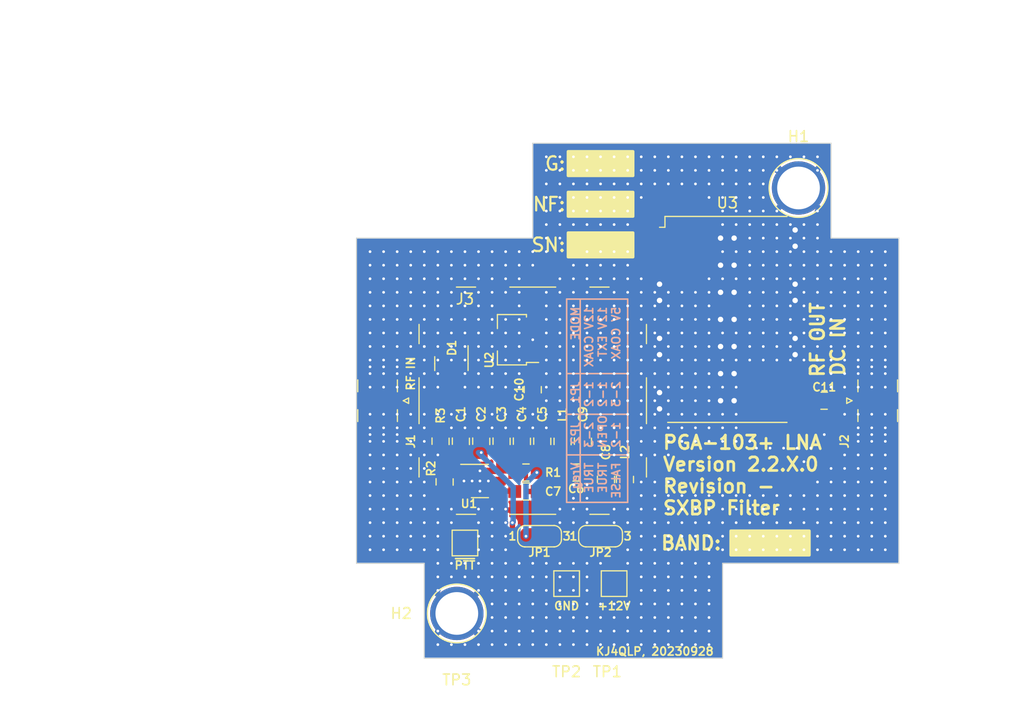
<source format=kicad_pcb>
(kicad_pcb (version 20221018) (generator pcbnew)
  (title_block (title "PGA-103+ Preamplifier, Version 2.2.X.0") (date "2023-10-02") (rev "-") (company "VTGS, GSN-DSA") (comment 1 "Preamplifier for VHF/UHF Satellite Rx") (comment 2 "creativecommons.org/licenses/by/4.0/") (comment 3 "License: CC BY 4.0") (comment 4 "Author: Zach Leffke, KJ4QLP"))
  (layers (0 "F.Cu" signal) (31 "B.Cu" signal) (34 "B.Paste" user) (35 "F.Paste" user) (36 "B.SilkS" user "B.Silkscreen") (37 "F.SilkS" user "F.Silkscreen") (38 "B.Mask" user) (39 "F.Mask" user) (44 "Edge.Cuts" user))
  (net 0 "")
  (net 1 "+12V")
  (net 2 "GND")
  (net 3 "Net-(U1-BP)")
  (net 4 "Net-(JP1-C)")
  (net 5 "Net-(J1-In)")
  (net 6 "+5V")
  (net 7 "Net-(JP1-B)")
  (net 8 "Net-(J2-In)")
  (net 9 "Net-(C10-Pad2)")
  (net 10 "Net-(JP2-C)")
  (net 11 "Net-(U1-EN)")
  (net 12 "Net-(U1-OUT)")
  (net 13 "Net-(U3-OUT)")
  (net 14 "Net-(U3-IN)")
  (footprint "RF_Mini-Circuits:Mini-Circuits_HF1139_LandPatternPL-230" (layer "F.Cu") (at 129.9845 100.33)
    (fp_text reference "U3")
    (fp_text value "SXBP-140" hide)
  )
  (footprint "digikey-footprints:0805" (layer "F.Cu") (at 115.824 114.681 180)
    (fp_text reference "C6")
    (fp_text value "0.1uF")
  )
  (footprint "digikey-footprints:0805" (layer "F.Cu") (at 103.505 115.57 -90)
    (fp_text reference "R2")
    (fp_text value "100k")
  )
  (footprint "TestPoint:TestPoint_Plated_Hole_D4.0mm" (layer "F.Cu") (at 104.648 127.889)
    (fp_text reference "H2")
    (fp_text value "Hole")
  )
  (footprint "digikey-footprints:0805" (layer "F.Cu") (at 118.618 115.316 90)
    (fp_text reference "C8")
    (fp_text value "1000pF")
  )
  (footprint "digikey-footprints:0805" (layer "F.Cu") (at 105.029 111.76 -90)
    (fp_text reference "C1")
    (fp_text value "1.0uF")
  )
  (footprint "Jumper:SolderJumper-3_P1.3mm_Open_RoundedPad1.0x1.5mm_NumberLabels" (layer "F.Cu") (at 118.11 120.65)
    (fp_text reference "JP2")
    (fp_text value "bias-tee")
  )
  (footprint "digikey-footprints:0805" (layer "F.Cu") (at 108.839 111.76 -90)
    (fp_text reference "C3")
    (fp_text value "0.1uF")
  )
  (footprint "digikey-footprints:0805" (layer "F.Cu") (at 111.76 106.9 90)
    (fp_text reference "C10")
    (fp_text value "1000pF")
  )
  (footprint "digikey-footprints:0805" (layer "F.Cu") (at 112.649 111.76 -90)
    (fp_text reference "C5")
    (fp_text value "1.0uF")
  )
  (footprint "TestPoint:TestPoint_Pad_2.0x2.0mm" (layer "F.Cu") (at 119.38 125.095)
    (fp_text reference "TP1")
    (fp_text value "+12V")
  )
  (footprint "Jumper:SolderJumper-3_P1.3mm_Open_RoundedPad1.0x1.5mm_NumberLabels" (layer "F.Cu") (at 112.395 120.65)
    (fp_text reference "JP1")
    (fp_text value "bias-tee")
  )
  (footprint "Connector_Coaxial:SMA_Samtec_SMA-J-P-X-ST-EM1_EdgeMount" (layer "F.Cu") (at 143.9275 107.95 90)
    (fp_text reference "J2")
    (fp_text value "RF_OUT")
  )
  (footprint "Connector_Coaxial:SMA_Samtec_SMA-J-P-X-ST-EM1_EdgeMount" (layer "F.Cu") (at 97.3725 107.95 -90)
    (fp_text reference "J1")
    (fp_text value "RF_IN")
  )
  (footprint "digikey-footprints:0805" (layer "F.Cu") (at 106.934 111.76 -90)
    (fp_text reference "C2")
    (fp_text value "0.1uF")
  )
  (footprint "digikey-footprints:0805" (layer "F.Cu") (at 139.065 107.95)
    (fp_text reference "C11")
    (fp_text value "1000pF")
  )
  (footprint "digikey-footprints:0805" (layer "F.Cu") (at 111.125 116.459 180)
    (fp_text reference "C7")
    (fp_text value "0.1uF")
  )
  (footprint "digikey-footprints:0805" (layer "F.Cu") (at 114.554 111.76 90)
    (fp_text reference "L1")
    (fp_text value "220nH")
  )
  (footprint "TestPoint:TestPoint_Plated_Hole_D4.0mm" (layer "F.Cu") (at 136.652 88.011)
    (fp_text reference "H1")
    (fp_text value "Hole")
  )
  (footprint "digikey-footprints:0805" (layer "F.Cu") (at 110.744 111.76 -90)
    (fp_text reference "C4")
    (fp_text value "10uF")
  )
  (footprint "digikey-footprints:0805" (layer "F.Cu") (at 120.396 115.316 90)
    (fp_text reference "L2")
    (fp_text value "220nH")
  )
  (footprint "digikey-footprints:0805" (layer "F.Cu") (at 111.125 114.681)
    (fp_text reference "R1")
    (fp_text value "10")
  )
  (footprint "Package_TO_SOT_SMD:SOT-23-5" (layer "F.Cu") (at 106.8125 115.475)
    (fp_text reference "U1")
    (fp_text value "SPX3819M5-L-5-0")
  )
  (footprint "Package_TO_SOT_SMD:SOT-23" (layer "F.Cu") (at 104.14 104.4725 -90)
    (fp_text reference "D1")
    (fp_text value "BAV99")
  )
  (footprint "digikey-footprints:0805" (layer "F.Cu") (at 103.124 111.76 -90)
    (fp_text reference "R3")
    (fp_text value "DNP")
  )
  (footprint "TestPoint:TestPoint_Pad_2.0x2.0mm" (layer "F.Cu") (at 105.41 121.285)
    (fp_text reference "TP3")
    (fp_text value "PTT")
  )
  (footprint "TestPoint:TestPoint_Pad_2.0x2.0mm" (layer "F.Cu") (at 114.935 125.095)
    (fp_text reference "TP2")
    (fp_text value "GND")
  )
  (footprint "Package_TO_SOT_SMD:SOT-89-3" (layer "F.Cu") (at 109.81 102.235 180)
    (fp_text reference "U2")
    (fp_text value "PGA-103")
  )
  (footprint "RF_Shielding:Wuerth_36103205_20x20mm" (layer "F.Cu") (at 111.76 107.95)
    (fp_text reference "J3")
    (fp_text value "RFShield_TwoPieces")
  )
  (footprint "digikey-footprints:0805" (layer "F.Cu") (at 116.459 111.76 -90)
    (fp_text reference "C9")
    (fp_text value "1000pF")
  )
  (gr_line (start 120.65 117.475) (end 114.935 117.475) (stroke (width 0.15)) (layer "B.SilkS"))
  (gr_line (start 120.65 98.425) (end 120.65 117.475) (stroke (width 0.15)) (layer "B.SilkS"))
  (gr_line (start 116.205 98.425) (end 116.205 117.475) (stroke (width 0.15)) (layer "B.SilkS"))
  (gr_line (start 120.65 98.425) (end 114.935 98.425) (stroke (width 0.15)) (layer "B.SilkS"))
  (gr_line (start 120.65 109.22) (end 114.935 109.22) (stroke (width 0.15)) (layer "B.SilkS"))
  (gr_line (start 120.65 105.41) (end 114.935 105.41) (stroke (width 0.15)) (layer "B.SilkS"))
  (gr_line (start 120.65 113.03) (end 114.935 113.03) (stroke (width 0.15)) (layer "B.SilkS"))
  (gr_line (start 114.935 98.425) (end 114.935 117.475) (stroke (width 0.15)) (layer "B.SilkS"))
  (gr_line (start 139.7 92.71) (end 139.7 83.82) (stroke (width 0.1)) (layer "Edge.Cuts"))
  (gr_line (start 101.6 132.08) (end 129.54 132.08) (stroke (width 0.1)) (layer "Edge.Cuts"))
  (gr_line (start 101.6 123.19) (end 101.6 132.08) (stroke (width 0.1)) (layer "Edge.Cuts"))
  (gr_line (start 146.05 92.71) (end 146.05 123.19) (stroke (width 0.1)) (layer "Edge.Cuts"))
  (gr_line (start 129.54 123.19) (end 146.05 123.19) (stroke (width 0.1)) (layer "Edge.Cuts"))
  (gr_line (start 95.25 92.71) (end 95.25 123.19) (stroke (width 0.1)) (layer "Edge.Cuts"))
  (gr_line (start 111.76 83.82) (end 111.76 92.71) (stroke (width 0.1)) (layer "Edge.Cuts"))
  (gr_line (start 111.76 92.71) (end 95.25 92.71) (stroke (width 0.1)) (layer "Edge.Cuts"))
  (gr_line (start 146.05 92.71) (end 139.7 92.71) (stroke (width 0.1)) (layer "Edge.Cuts"))
  (gr_line (start 95.25 123.19) (end 101.6 123.19) (stroke (width 0.1)) (layer "Edge.Cuts"))
  (gr_line (start 129.54 132.08) (end 129.54 123.19) (stroke (width 0.1)) (layer "Edge.Cuts"))
  (gr_line (start 139.7 83.82) (end 111.76 83.82) (stroke (width 0.1)) (layer "Edge.Cuts"))
  (gr_text "TRUE" (at 117.475 113.665 90) (layer "B.SilkS") (effects (font (size 0.762 0.762) (thickness 0.1524) bold) (justify left bottom mirror)))
  (gr_text "1-2" (at 120.015 109.855 90) (layer "B.SilkS") (effects (font (size 0.762 0.762) (thickness 0.1524) bold) (justify left bottom mirror)))
  (gr_text "5V COAX" (at 120.015 99.06 90) (layer "B.SilkS") (effects (font (size 0.762 0.762) (thickness 0.1524) bold) (justify left bottom mirror)))
  (gr_text "1-2" (at 117.475 106.045 90) (layer "B.SilkS") (effects (font (size 0.762 0.762) (thickness 0.1524) bold) (justify left bottom mirror)))
  (gr_text "2-3" (at 120.015 106.045 90) (layer "B.SilkS") (effects (font (size 0.762 0.762) (thickness 0.1524) bold) (justify left bottom mirror)))
  (gr_text "JP2" (at 116.205 109.855 90) (layer "B.SilkS") (effects (font (size 0.762 0.762) (thickness 0.1524) bold) (justify left bottom mirror)))
  (gr_text "FALSE" (at 120.015 113.665 90) (layer "B.SilkS") (effects (font (size 0.762 0.762) (thickness 0.1524) bold) (justify left bottom mirror)))
  (gr_text "MODE" (at 116.205 99.06 90) (layer "B.SilkS") (effects (font (size 0.762 0.762) (thickness 0.1524) bold) (justify left bottom mirror)))
  (gr_text "12V COAX" (at 117.475 99.06 90) (layer "B.SilkS") (effects (font (size 0.762 0.762) (thickness 0.1524) bold) (justify left bottom mirror)))
  (gr_text "Vreg" (at 116.205 113.665 90) (layer "B.SilkS") (effects (font (size 0.762 0.762) (thickness 0.1524) bold) (justify left bottom mirror)))
  (gr_text "JP1" (at 116.205 106.045 90) (layer "B.SilkS") (effects (font (size 0.762 0.762) (thickness 0.1524) bold) (justify left bottom mirror)))
  (gr_text "2-3" (at 117.475 109.855 90) (layer "B.SilkS") (effects (font (size 0.762 0.762) (thickness 0.1524) bold) (justify left bottom mirror)))
  (gr_text "12V EXT" (at 118.745 99.06 90) (layer "B.SilkS") (effects (font (size 0.762 0.762) (thickness 0.1524) bold) (justify left bottom mirror)))
  (gr_text "OPEN" (at 118.745 109.22 90) (layer "B.SilkS") (effects (font (size 0.762 0.762) (thickness 0.1524) bold) (justify left bottom mirror)))
  (gr_text "1-2" (at 118.745 106.045 90) (layer "B.SilkS") (effects (font (size 0.762 0.762) (thickness 0.1524) bold) (justify left bottom mirror)))
  (gr_text "TRUE" (at 118.745 113.665 90) (layer "B.SilkS") (effects (font (size 0.762 0.762) (thickness 0.1524) bold) (justify left bottom mirror)))
  (gr_text "RF IN" (at 100.33 105.41 90) (layer "F.SilkS") (effects (font (size 0.762 0.762) (thickness 0.1524) bold)))
  (gr_text "+12V" (at 119.38 127.635) (layer "F.SilkS") (effects (font (size 0.762 0.762) (thickness 0.1524) bold) (justify bottom)))
  (gr_text "GND" (at 114.935 127.635) (layer "F.SilkS") (effects (font (size 0.762 0.762) (thickness 0.1524) bold) (justify bottom)))
  (gr_text "KJ4QLP, 20230928" (at 123.19 131.445) (layer "F.SilkS") (effects (font (size 0.762 0.762) (thickness 0.1524) bold)))
  (gr_text "G:" (at 114.935 85.725) (layer "F.SilkS") (effects (font (size 1.27 1.27) (thickness 0.2032)) (justify right)))
  (gr_text "~{PTT}" (at 105.41 123.825) (layer "F.SilkS") (effects (font (size 0.762 0.762) (thickness 0.1524) bold) (justify bottom)))
  (gr_text "RF OUT" (at 138.43 102.235 90) (layer "F.SilkS") (effects (font (size 1.27 1.27) (thickness 0.254) bold)))
  (gr_text "BAND:" (at 129.54 121.285) (layer "F.SilkS") (effects (font (size 1.27 1.27) (thickness 0.254) bold) (justify right)))
  (gr_text "SN:" (at 114.935 93.345) (layer "F.SilkS") (effects (font (size 1.27 1.27) (thickness 0.2032)) (justify right)))
  (gr_text "NF:" (at 114.935 89.535) (layer "F.SilkS") (effects (font (size 1.27 1.27) (thickness 0.2032)) (justify right)))
  (gr_text "PGA-103+ LNA\nVersion 2.2.X.0\nRevision -\nSXBP Filter" (at 123.825 114.935) (layer "F.SilkS") (effects (font (size 1.27 1.27) (thickness 0.254) bold) (justify left)))
  (gr_text "DC IN" (at 140.335 102.87 90) (layer "F.SilkS") (effects (font (size 1.27 1.27) (thickness 0.254) bold)))
  (segment (start 119.38 121.92) (end 119.38 120.68) (width 0.508) (layer "F.Cu") (net 1))
  (segment (start 104.775 112.81) (end 104.775 114.525) (width 0.508) (layer "F.Cu") (net 1))
  (segment (start 110.49 121.92) (end 109.855 121.285) (width 0.508) (layer "F.Cu") (net 1))
  (segment (start 115.57 121.92) (end 110.49 121.92) (width 0.508) (layer "F.Cu") (net 1))
  (segment (start 119.38 121.92) (end 119.38 125.095) (width 0.508) (layer "F.Cu") (net 1))
  (segment (start 119.38 121.92) (end 115.57 121.92) (width 0.508) (layer "F.Cu") (net 1))
  (segment (start 119.38 120.68) (end 119.41 120.65) (width 0.508) (layer "F.Cu") (net 1))
  (segment (start 103.51 114.525) (end 103.505 114.52) (width 0.508) (layer "F.Cu") (net 1))
  (segment (start 105.675 114.525) (end 104.775 114.525) (width 0.508) (layer "F.Cu") (net 1))
  (segment (start 106.934 112.81) (end 105.029 112.81) (width 1.016) (layer "F.Cu") (net 1))
  (segment (start 109.855 121.285) (end 109.855 119.38) (width 0.508) (layer "F.Cu") (net 1))
  (segment (start 104.775 114.525) (end 103.51 114.525) (width 0.508) (layer "F.Cu") (net 1))
  (via (at 109.855 119.38) (size 0.508) (drill 0.254) (layers "F.Cu" "B.Cu") (net 1))
  (via (at 106.934 112.81) (size 0.508) (drill 0.254) (layers "F.Cu" "B.Cu") (net 1))
  (segment (start 109.855 119.38) (end 109.928 119.307) (width 0.508) (layer "B.Cu") (net 1))
  (segment (start 109.928 119.307) (end 109.928 116.058) (width 0.508) (layer "B.Cu") (net 1))
  (segment (start 109.928 116.058) (end 106.68 112.81) (width 0.508) (layer "B.Cu") (net 1))
  (via (at 120.65 97.79) (size 0.508) (drill 0.254) (layers "F.Cu" "B.Cu") (net 2))
  (via (at 115.57 123.19) (size 0.508) (drill 0.254) (layers "F.Cu" "B.Cu") (net 2))
  (via (at 101.6 97.79) (size 0.508) (drill 0.254) (layers "F.Cu" "B.Cu") (net 2))
  (via (at 143.51 106.68) (size 0.508) (drill 0.254) (layers "F.Cu" "B.Cu") (net 2))
  (via (at 132.08 85.09) (size 0.508) (drill 0.254) (layers "F.Cu" "B.Cu") (net 2))
  (via (at 96.52 114.3) (size 0.508) (drill 0.254) (layers "F.Cu" "B.Cu") (net 2))
  (via (at 110.49 96.52) (size 0.508) (drill 0.254) (layers "F.Cu" "B.Cu") (net 2))
  (via (at 130.81 96.52) (size 0.508) (drill 0.254) (layers "F.Cu" "B.Cu") (net 2))
  (via (at 129.54 85.09) (size 0.508) (drill 0.254) (layers "F.Cu" "B.Cu") (net 2))
  (via (at 113.03 127) (size 0.508) (drill 0.254) (layers "F.Cu" "B.Cu") (net 2))
  (via (at 110.49 99.06) (size 0.508) (drill 0.254) (layers "F.Cu" "B.Cu") (net 2))
  (via (at 128.27 119.38) (size 0.508) (drill 0.254) (layers "F.Cu" "B.Cu") (net 2))
  (via (at 119.38 111.76) (size 0.508) (drill 0.254) (layers "F.Cu" "B.Cu") (net 2))
  (via (at 113.03 86.36) (size 0.508) (drill 0.254) (layers "F.Cu" "B.Cu") (net 2))
  (via (at 106.68 104.14) (size 0.508) (drill 0.254) (layers "F.Cu" "B.Cu") (net 2))
  (via (at 104.14 104.14) (size 0.508) (drill 0.254) (layers "F.Cu" "B.Cu") (net 2))
  (via (at 134.62 119.38) (size 0.508) (drill 0.254) (layers "F.Cu" "B.Cu") (net 2))
  (via (at 113.03 109.22) (size 0.508) (drill 0.254) (layers "F.Cu" "B.Cu") (net 2))
  (via (at 116.84 125.73) (size 0.508) (drill 0.254) (layers "F.Cu" "B.Cu") (net 2))
  (via (at 119.38 127) (size 0.508) (drill 0.254) (layers "F.Cu" "B.Cu") (net 2))
  (via (at 127 101.6) (size 0.508) (drill 0.254) (layers "F.Cu" "B.Cu") (net 2))
  (via (at 109.22 105.41) (size 0.508) (drill 0.254) (layers "F.Cu" "B.Cu") (net 2))
  (via (at 123.19 101.6) (size 0.508) (drill 0.254) (layers "F.Cu" "B.Cu") (net 2))
  (via (at 137.16 101.6) (size 0.508) (drill 0.254) (layers "F.Cu" "B.Cu") (net 2))
  (via (at 115.57 86.36) (size 0.508) (drill 0.254) (layers "F.Cu" "B.Cu") (net 2))
  (via (at 99.06 99.06) (size 0.508) (drill 0.254) (layers "F.Cu" "B.Cu") (net 2))
  (via (at 140.97 95.25) (size 0.508) (drill 0.254) (layers "F.Cu" "B.Cu") (net 2))
  (via (at 135.89 99.06) (size 0.508) (drill 0.254) (layers "F.Cu" "B.Cu") (net 2))
  (via (at 127 125.73) (size 0.508) (drill 0.254) (layers "F.Cu" "B.Cu") (net 2))
  (via (at 135.89 119.38) (size 0.508) (drill 0.254) (layers "F.Cu" "B.Cu") (net 2))
  (via (at 132.08 100.33) (size 0.508) (drill 0.254) (layers "F.Cu" "B.Cu") (net 2))
  (via (at 125.73 97.79) (size 0.508) (drill 0.254) (layers "F.Cu" "B.Cu") (net 2))
  (via (at 102.87 101.6) (size 0.508) (drill 0.254) (layers "F.Cu" "B.Cu") (net 2))
  (via (at 125.73 116.84) (size 0.508) (drill 0.254) (layers "F.Cu" "B.Cu") (net 2))
  (via (at 118.11 95.25) (size 0.508) (drill 0.254) (layers "F.Cu" "B.Cu") (net 2))
  (via (at 96.52 99.06) (size 0.508) (drill 0.254) (layers "F.Cu" "B.Cu") (net 2))
  (via (at 121.92 101.6) (size 0.508) (drill 0.254) (layers "F.Cu" "B.Cu") (net 2))
  (via (at 97.79 119.38) (size 0.508) (drill 0.254) (layers "F.Cu" "B.Cu") (net 2))
  (via (at 137.16 97.79) (size 0.508) (drill 0.254) (layers "F.Cu" "B.Cu") (net 2))
  (via (at 133.35 86.36) (size 0.508) (drill 0.254) (layers "F.Cu" "B.Cu") (net 2))
  (via (at 139.065 111.125) (size 0.508) (drill 0.254) (layers "F.Cu" "B.Cu") (net 2))
  (via (at 128.27 105.41) (size 0.508) (drill 0.254) (layers "F.Cu" "B.Cu") (net 2))
  (via (at 138.43 99.06) (size 0.508) (drill 0.254) (layers "F.Cu" "B.Cu") (net 2))
  (via (at 107.95 109.22) (size 0.508) (drill 0.254) (layers "F.Cu" "B.Cu") (net 2))
  (via (at 120.65 105.41) (size 0.508) (drill 0.254) (layers "F.Cu" "B.Cu") (net 2))
  (via (at 135.89 116.84) (size 0.508) (drill 0.254) (layers "F.Cu" "B.Cu") (net 2))
  (via (at 97.79 118.11) (size 0.508) (drill 0.254) (layers "F.Cu" "B.Cu") (net 2))
  (via (at 123.19 120.65) (size 0.508) (drill 0.254) (layers "F.Cu" "B.Cu") (net 2))
  (via (at 96.52 102.87) (size 0.508) (drill 0.254) (layers "F.Cu" "B.Cu") (net 2))
  (via (at 100.33 104.14) (size 0.508) (drill 0.254) (layers "F.Cu" "B.Cu") (net 2))
  (via (at 97.79 100.33) (size 0.508) (drill 0.254) (layers "F.Cu" "B.Cu") (net 2))
  (via (at 118.11 101.6) (size 0.508) (drill 0.254) (layers "F.Cu" "B.Cu") (net 2))
  (via (at 119.38 99.06) (size 0.508) (drill 0.254) (layers "F.Cu" "B.Cu") (net 2))
  (via (at 124.46 100.33) (size 0.508) (drill 0.254) (layers "F.Cu" "B.Cu") (net 2))
  (via (at 135.89 121.92) (size 0.508) (drill 0.254) (layers "F.Cu" "B.Cu") (net 2))
  (via (at 111.76 123.19) (size 0.508) (drill 0.254) (layers "F.Cu" "B.Cu") (net 2))
  (via (at 125.73 100.33) (size 0.508) (drill 0.254) (layers "F.Cu" "B.Cu") (net 2))
  (via (at 120.65 109.22) (size 0.508) (drill 0.254) (layers "F.Cu" "B.Cu") (net 2))
  (via (at 140.97 93.98) (size 0.508) (drill 0.254) (layers "F.Cu" "B.Cu") (net 2))
  (via (at 109.22 101.6) (size 0.508) (drill 0.254) (layers "F.Cu" "B.Cu") (net 2))
  (via (at 110.49 105.41) (size 0.508) (drill 0.254) (layers "F.Cu" "B.Cu") (net 2))
  (via (at 140.97 119.38) (size 0.508) (drill 0.254) (layers "F.Cu" "B.Cu") (net 2))
  (via (at 135.89 100.33) (size 0.508) (drill 0.254) (layers "F.Cu" "B.Cu") (net 2))
  (via (at 125.73 121.92) (size 0.508) (drill 0.254) (layers "F.Cu" "B.Cu") (net 2))
  (via (at 109.22 96.52) (size 0.508) (drill 0.254) (layers "F.Cu" "B.Cu") (net 2))
  (via (at 96.52 115.57) (size 0.508) (drill 0.254) (layers "F.Cu" "B.Cu") (net 2))
  (via (at 127 120.65) (size 0.508) (drill 0.254) (layers "F.Cu" "B.Cu") (net 2))
  (via (at 129.54 93.98) (size 0.508) (drill 0.254) (layers "F.Cu" "B.Cu") (net 2))
  (via (at 143.51 109.22) (size 0.508) (drill 0.254) (layers "F.Cu" "B.Cu") (net 2))
  (via (at 128.27 101.6) (size 0.508) (drill 0.254) (layers "F.Cu" "B.Cu") (net 2))
  (via (at 109.22 100.33) (size 0.508) (drill 0.254) (layers "F.Cu" "B.Cu") (net 2))
  (via (at 100.33 99.06) (size 0.508) (drill 0.254) (layers "F.Cu" "B.Cu") (net 2))
  (via (at 142.24 99.06) (size 0.508) (drill 0.254) (layers "F.Cu" "B.Cu") (net 2))
  (via (at 118.11 88.9) (size 0.508) (drill 0.254) (layers "F.Cu" "B.Cu") (net 2))
  (via (at 143.51 99.06) (size 0.508) (drill 0.254) (layers "F.Cu" "B.Cu") (net 2))
  (via (at 143.51 100.33) (size 0.508) (drill 0.254) (layers "F.Cu" "B.Cu") (net 2))
  (via (at 113.03 88.9) (size 0.508) (drill 0.254) (layers "F.Cu" "B.Cu") (net 2))
  (via (at 127 121.92) (size 0.508) (drill 0.254) (layers "F.Cu" "B.Cu") (net 2))
  (via (at 104.14 101.6) (size 0.508) (drill 0.254) (layers "F.Cu" "B.Cu") (net 2))
  (via (at 138.43 85.09) (size 0.508) (drill 0.254) (layers "F.Cu" "B.Cu") (net 2))
  (via (at 132.08 116.84) (size 0.508) (drill 0.254) (layers "F.Cu" "B.Cu") (net 2))
  (via (at 100.33 97.79) (size 0.508) (drill 0.254) (layers "F.Cu" "B.Cu") (net 2))
  (via (at 106.68 93.98) (size 0.508) (drill 0.254) (layers "F.Cu" "B.Cu") (net 2))
  (via (at 101.6 102.87) (size 0.508) (drill 0.254) (layers "F.Cu" "B.Cu") (net 2))
  (via (at 110.49 109.22) (size 0.508) (drill 0.254) (layers "F.Cu" "B.Cu") (net 2))
  (via (at 130.81 106.68) (size 0.508) (drill 0.254) (layers "F.Cu" "B.Cu") (net 2))
  (via (at 105.41 106.68) (size 0.508) (drill 0.254) (layers "F.Cu" "B.Cu") (net 2))
  (via (at 143.51 105.41) (size 0.508) (drill 0.254) (layers "F.Cu" "B.Cu") (net 2))
  (via (at 125.73 99.06) (size 0.508) (drill 0.254) (layers "F.Cu" "B.Cu") (net 2))
  (via (at 144.78 114.3) (size 0.508) (drill 0.254) (layers "F.Cu" "B.Cu") (net 2))
  (via (at 130.81 110.49) (size 0.508) (drill 0.254) (layers "F.Cu" "B.Cu") (net 2))
  (via (at 114.3 96.52) (size 0.508) (drill 0.254) (layers "F.Cu" "B.Cu") (net 2))
  (via (at 119.38 106.68) (size 0.508) (drill 0.254) (layers "F.Cu" "B.Cu") (net 2))
  (via (at 125.73 107.95) (size 0.508) (drill 0.254) (layers "F.Cu" "B.Cu") (net 2))
  (via (at 116.84 93.98) (size 0.508) (drill 0.254) (layers "F.Cu" "B.Cu") (net 2))
  (via (at 133.35 116.84) (size 0.508) (drill 0.254) (layers "F.Cu" "B.Cu") (net 2))
  (via (at 138.43 91.44) (size 0.508) (drill 0.254) (layers "F.Cu" "B.Cu") (net 2))
  (via (at 133.35 93.98) (size 0.508) (drill 0.254) (layers "F.Cu" "B.Cu") (net 2))
  (via (at 128.27 85.09) (size 0.508) (drill 0.254) (layers "F.Cu" "B.Cu") (net 2))
  (via (at 133.35 104.14) (size 0.508) (drill 0.254) (layers "F.Cu" "B.Cu") (net 2))
  (via (at 132.08 104.14) (size 0.508) (drill 0.254) (layers "F.Cu" "B.Cu") (net 2))
  (via (at 114.3 125.73) (size 0.508) (drill 0.254) (layers "F.Cu" "B.Cu") (net 2))
  (via (at 102.87 125.73) (size 0.508) (drill 0.254) (layers "F.Cu" "B.Cu") (net 2))
  (via (at 121.92 125.73) (size 0.508) (drill 0.254) (layers "F.Cu" "B.Cu") (net 2))
  (via (at 97.79 111.76) (size 0.508) (drill 0.254) (layers "F.Cu" "B.Cu") (net 2))
  (via (at 106.68 99.06) (size 0.508) (drill 0.254) (layers "F.Cu" "B.Cu") (net 2))
  (via (at 105.317 115.475) (size 0.508) (drill 0.254) (layers "F.Cu" "B.Cu") (net 2))
  (via (at 129.54 110.49) (size 0.508) (drill 0.254) (layers "F.Cu" "B.Cu") (net 2))
  (via (at 110.49 97.79) (size 0.508) (drill 0.254) (layers "F.Cu" "B.Cu") (net 2))
  (via (at 124.46 129.54) (size 0.508) (drill 0.254) (layers "F.Cu" "B.Cu") (net 2))
  (via (at 121.92 85.09) (size 0.508) (drill 0.254) (layers "F.Cu" "B.Cu") (net 2))
  (via (at 139.7 102.87) (size 0.508) (drill 0.254) (layers "F.Cu" "B.Cu") (net 2))
  (via (at 118.11 105.41) (size 0.508) (drill 0.254) (layers "F.Cu" "B.Cu") (net 2))
  (via (at 143.51 110.49) (size 0.508) (drill 0.254) (layers "F.Cu" "B.Cu") (net 2))
  (via (at 121.92 97.79) (size 0.508) (drill 0.254) (layers "F.Cu" "B.Cu") (net 2))
  (via (at 109.22 120.65) (size 0.508) (drill 0.254) (layers "F.Cu" "B.Cu") (net 2))
  (via (at 133.35 120.65) (size 0.508) (drill 0.254) (layers "F.Cu" "B.Cu") (net 2))
  (via (at 125.73 86.36) (size 0.508) (drill 0.254) (layers "F.Cu" "B.Cu") (net 2))
  (via (at 106.68 129.54) (size 0.508) (drill 0.254) (layers "F.Cu" "B.Cu") (net 2))
  (via (at 137.16 96.52) (size 0.508) (drill 0.254) (layers "F.Cu" "B.Cu") (net 2))
  (via (at 121.92 96.52) (size 0.508) (drill 0.254) (layers "F.Cu" "B.Cu") (net 2))
  (via (at 105.41 104.14) (size 0.508) (drill 0.254) (layers "F.Cu" "B.Cu") (net 2))
  (via (at 118.11 90.17) (size 0.508) (drill 0.254) (layers "F.Cu" "B.Cu") (net 2))
  (via (at 139.7 106.68) (size 0.508) (drill 0.254) (layers "F.Cu" "B.Cu") (net 2))
  (via (at 135.89 92.71) (size 0.508) (drill 0.254) (layers "F.Cu" "B.Cu") (net 2))
  (via (at 123.19 85.09) (size 0.508) (drill 0.254) (layers "F.Cu" "B.Cu") (net 2))
  (via (at 142.24 120.65) (size 0.508) (drill 0.254) (layers "F.Cu" "B.Cu") (net 2))
  (via (at 100.33 106.68) (size 0.508) (drill 0.254) (layers "F.Cu" "B.Cu") (net 2))
  (via (at 119.38 85.09) (size 0.508) (drill 0.254) (layers "F.Cu" "B.Cu") (net 2))
  (via (at 123.19 118.11) (size 0.508) (drill 0.254) (layers "F.Cu" "B.Cu") (net 2))
  (via (at 114.3 128.27) (size 0.508) (drill 0.254) (layers "F.Cu" "B.Cu") (net 2))
  (via (at 116.84 88.9) (size 0.508) (drill 0.254) (layers "F.Cu" "B.Cu") (net 2))
  (via (at 130.81 93.98) (size 0.508) (drill 0.254) (layers "F.Cu" "B.Cu") (net 2))
  (via (at 137.16 116.84) (size 0.508) (drill 0.254) (layers "F.Cu" "B.Cu") (net 2))
  (via (at 124.46 104.14) (size 0.508) (drill 0.254) (layers "F.Cu" "B.Cu") (net 2))
  (via (at 123.19 111.76) (size 0.508) (drill 0.254) (layers "F.Cu" "B.Cu") (net 2))
  (via (at 124.46 130.81) (size 0.508) (drill 0.254) (layers "F.Cu" "B.Cu") (net 2))
  (via (at 127 128.27) (size 0.508) (drill 0.254) (layers "F.Cu" "B.Cu") (net 2))
  (via (at 107.95 124.46) (size 0.508) (drill 0.254) (layers "F.Cu" "B.Cu") (net 2))
  (via (at 138.43 101.6) (size 0.508) (drill 0.254) (layers "F.Cu" "B.Cu") (net 2))
  (via (at 133.35 90.17) (size 0.508) (drill 0.254) (layers "F.Cu" "B.Cu") (net 2))
  (via (at 120.65 110.49) (size 0.508) (drill 0.254) (layers "F.Cu" "B.Cu") (net 2))
  (via (at 124.46 118.11) (size 0.508) (drill 0.254) (layers "F.Cu" "B.Cu") (net 2))
  (via (at 116.84 87.63) (size 0.508) (drill 0.254) (layers "F.Cu" "B.Cu") (net 2))
  (via (at 139.7 99.06) (size 0.508) (drill 0.254) (layers "F.Cu" "B.Cu") (net 2))
  (via (at 140.97 101.6) (size 0.508) (drill 0.254) (layers "F.Cu" "B.Cu") (net 2))
  (via (at 134.62 120.65) (size 0.508) (drill 0.254) (layers "F.Cu" "B.Cu") (net 2))
  (via (at 132.08 91.44) (size 0.508) (drill 0.254) (layers "F.Cu" "B.Cu") (net 2))
  (via (at 133.35 88.9) (size 0.508) (drill 0.254) (layers "F.Cu" "B.Cu") (net 2))
  (via (at 121.92 130.81) (size 0.508) (drill 0.254) (layers "F.Cu" "B.Cu") (net 2))
  (via (at 137.16 102.87) (size 0.508) (drill 0.254) (layers "F.Cu" "B.Cu") (net 2))
  (via (at 129.54 91.44) (size 0.508) (drill 0.254) (layers "F.Cu" "B.Cu") (net 2))
  (via (at 97.79 113.03) (size 0.508) (drill 0.254) (layers "F.Cu" "B.Cu") (net 2))
  (via (at 135.89 104.14) (size 0.508) (drill 0.254) (layers "F.Cu" "B.Cu") (net 2))
  (via (at 116.84 100.33) (size 0.508) (drill 0.254) (layers "F.Cu" "B.Cu") (net 2))
  (via (at 130.81 116.84) (size 0.508) (drill 0.254) (layers "F.Cu" "B.Cu") (net 2))
  (via (at 107.95 99.06) (size 0.508) (drill 0.254) (layers "F.Cu" "B.Cu") (net 2))
  (via (at 110.49 130.81) (size 0.508) (drill 0.254) (layers "F.Cu" "B.Cu") (net 2))
  (via (at 106.68 105.41) (size 0.508) (drill 0.254) (layers "F.Cu" "B.Cu") (net 2))
  (via (at 113.03 92.71) (size 0.508) (drill 0.254) (layers "F.Cu" "B.Cu") (net 2))
  (via (at 104.14 95.25) (size 0.508) (drill 0.254) (layers "F.Cu" "B.Cu") (net 2))
  (via (at 138.43 118.11) (size 0.508) (drill 0.254) (layers "F.Cu" "B.Cu") (net 2))
  (via (at 134.62 99.06) (size 0.508) (drill 0.254) (layers "F.Cu" "B.Cu") (net 2))
  (via (at 115.57 88.9) (size 0.508) (drill 0.254) (layers "F.Cu" "B.Cu") (net 2))
  (via (at 128.27 107.95) (size 0.508) (drill 0.254) (layers "F.Cu" "B.Cu") (net 2))
  (via (at 138.43 86.36) (size 0.508) (drill 0.254) (layers "F.Cu" "B.Cu") (net 2))
  (via (at 116.84 110.49) (size 0.508) (drill 0.254) (layers "F.Cu" "B.Cu") (net 2))
  (via (at 105.41 123.19) (size 0.508) (drill 0.254) (layers "F.Cu" "B.Cu") (net 2))
  (via (at 137.16 100.33) (size 0.508) (drill 0.254) (layers "F.Cu" "B.Cu") (net 2))
  (via (at 116.84 106.68) (size 0.508) (drill 0.254) (layers "F.Cu" "B.Cu") (net 2))
  (via (at 101.6 121.92) (size 0.508) (drill 0.254) (layers "F.Cu" "B.Cu") (net 2))
  (via (at 99.06 111.125) (size 0.508) (drill 0.254) (layers "F.Cu" "B.Cu") (net 2))
  (via (at 140.97 102.87) (size 0.508) (drill 0.254) (layers "F.Cu" "B.Cu") (net 2))
  (via (at 144.78 115.57) (size 0.508) (drill 0.254) (layers "F.Cu" "B.Cu") (net 2))
  (via (at 127 124.46) (size 0.508) (drill 0.254) (layers "F.Cu" "B.Cu") (net 2))
  (via (at 127 104.14) (size 0.508) (drill 0.254) (layers "F.Cu" "B.Cu") (net 2))
  (via (at 123.19 124.46) (size 0.508) (drill 0.254) (layers "F.Cu" "B.Cu") (net 2))
  (via (at 102.87 113.03) (size 0.508) (drill 0.254) (layers "F.Cu" "B.Cu") (net 2))
  (via (at 116.84 129.54) (size 0.508) (drill 0.254) (layers "F.Cu" "B.Cu") (net 2))
  (via (at 130.81 85.09) (size 0.508) (drill 0.254) (layers "F.Cu" "B.Cu") (net 2))
  (via (at 109.22 123.19) (size 0.508) (drill 0.254) (layers "F.Cu" "B.Cu") (net 2))
  (via (at 142.24 96.52) (size 0.508) (drill 0.254) (layers "F.Cu" "B.Cu") (net 2))
  (via (at 132.08 99.06) (size 0.508) (drill 0.254) (layers "F.Cu" "B.Cu") (net 2))
  (via (at 113.03 107.95) (size 0.508) (drill 0.254) (layers "F.Cu" "B.Cu") (net 2))
  (via (at 104.14 130.81) (size 0.508) (drill 0.254) (layers "F.Cu" "B.Cu") (net 2))
  (via (at 115.57 106.68) (size 0.508) (drill 0.254) (layers "F.Cu" "B.Cu") (net 2))
  (via (at 120.65 95.25) (size 0.508) (drill 0.254) (layers "F.Cu" "B.Cu") (net 2))
  (via (at 144.78 95.25) (size 0.508) (drill 0.254) (layers "F.Cu" "B.Cu") (net 2))
  (via (at 121.92 124.46) (size 0.508) (drill 0.254) (layers "F.Cu" "B.Cu") (net 2))
  (via (at 144.78 104.775) (size 0.508) (drill 0.254) (layers "F.Cu" "B.Cu") (net 2))
  (via (at 143.51 115.57) (size 0.508) (drill 0.254) (layers "F.Cu" "B.Cu") (net 2))
  (via (at 116.84 96.52) (size 0.508) (drill 0.254) (layers "F.Cu" "B.Cu") (net 2))
  (via (at 139.7 118.11) (size 0.508) (drill 0.254) (layers "F.Cu" "B.Cu") (net 2))
  (via (at 113.03 125.73) (size 0.508) (drill 0.254) (layers "F.Cu" "B.Cu") (net 2))
  (via (at 124.46 119.38) (size 0.508) (drill 0.254) (layers "F.Cu" "B.Cu") (net 2))
  (via (at 123.19 107.95) (size 0.508) (drill 0.254) (layers "F.Cu" "B.Cu") (net 2))
  (via (at 116.84 118.11) (size 0.508) (drill 0.254) (layers "F.Cu" "B.Cu") (net 2))
  (via (at 97.79 116.84) (size 0.508) (drill 0.254) (layers "F.Cu" "B.Cu") (net 2))
  (via (at 111.76 124.46) (size 0.508) (drill 0.254) (layers "F.Cu" "B.Cu") (net 2))
  (via (at 107.95 97.79) (size 0.508) (drill 0.254) (layers "F.Cu" "B.Cu") (net 2))
  (via (at 128.27 125.73) (size 0.508) (drill 0.254) (layers "F.Cu" "B.Cu") (net 2))
  (via (at 127 99.06) (size 0.508) (drill 0.254) (layers "F.Cu" "B.Cu") (net 2))
  (via (at 107.95 104.14) (size 0.508) (drill 0.254) (layers "F.Cu" "B.Cu") (net 2))
  (via (at 142.24 102.87) (size 0.508) (drill 0.254) (layers "F.Cu" "B.Cu") (net 2))
  (via (at 142.24 111.76) (size 0.508) (drill 0.254) (layers "F.Cu" "B.Cu") (net 2))
  (via (at 142.24 111.125) (size 0.508) (drill 0.254) (layers "F.Cu" "B.Cu") (net 2))
  (via (at 124.46 110.49) (size 0.508) (drill 0.254) (layers "F.Cu" "B.Cu") (net 2))
  (via (at 116.84 127) (size 0.508) (drill 0.254) (layers "F.Cu" "B.Cu") (net 2))
  (via (at 142.24 116.84) (size 0.508) (drill 0.254) (layers "F.Cu" "B.Cu") (net 2))
  (via (at 99.06 109.22) (size 0.508) (drill 0.254) (layers "F.Cu" "B.Cu") (net 2))
  (via (at 121.92 110.49) (size 0.508) (drill 0.254) (layers "F.Cu" "B.Cu") (net 2))
  (via (at 127 111.76) (size 0.508) (drill 0.254) (layers "F.Cu" "B.Cu") (net 2))
  (via (at 130.81 91.44) (size 0.508) (drill 0.254) (layers "F.Cu" "B.Cu") (net 2))
  (via (at 107.95 110.49) (size 0.508) (drill 0.254) (layers "F.Cu" "B.Cu") (net 2))
  (via (at 139.7 115.57) (size 0.508) (drill 0.254) (layers "F.Cu" "B.Cu") (net 2))
  (via (at 101.6 114.3) (size 0.508) (drill 0.254) (layers "F.Cu" "B.Cu") (net 2))
  (via (at 100.33 96.52) (size 0.508) (drill 0.254) (layers "F.Cu" "B.Cu") (net 2))
  (via (at 120.65 93.98) (size 0.508) (drill 0.254) (layers "F.Cu" "B.Cu") (net 2))
  (via (at 123.19 125.73) (size 0.508) (drill 0.254) (layers "F.Cu" "B.Cu") (net 2))
  (via (at 118.11 111.76) (size 0.508) (drill 0.254) (layers "F.Cu" "B.Cu") (net 2))
  (via (at 132.08 92.71) (size 0.508) (drill 0.254) (layers "F.Cu" "B.Cu") (net 2))
  (via (at 142.24 115.57) (size 0.508) (drill 0.254) (layers "F.Cu" "B.Cu") (net 2))
  (via (at 107.95 129.54) (size 0.508) (drill 0.254) (layers "F.Cu" "B.Cu") (net 2))
  (via (at 124.46 86.36) (size 0.508) (drill 0.254) (layers "F.Cu" "B.Cu") (net 2))
  (via (at 100.33 110.49) (size 0.508) (drill 0.254) (layers "F.Cu" "B.Cu") (net 2))
  (via (at 99.06 114.3) (size 0.508) (drill 0.254) (layers "F.Cu" "B.Cu") (net 2))
  (via (at 119.38 129.54) (size 0.508) (drill 0.254) (layers "F.Cu" "B.Cu") (net 2))
  (via (at 125.73 109.22) (size 0.508) (drill 0.254) (layers "F.Cu" "B.Cu") (net 2))
  (via (at 140.97 120.65) (size 0.508) (drill 0.254) (layers "F.Cu" "B.Cu") (net 2))
  (via (at 102.87 121.92) (size 0.508) (drill 0.254) (layers "F.Cu" "B.Cu") (net 2))
  (via (at 127 86.36) (size 0.508) (drill 0.254) (layers "F.Cu" "B.Cu") (net 2))
  (via (at 114.3 99.06) (size 0.508) (drill 0.254) (layers "F.Cu" "B.Cu") (net 2))
  (via (at 100.33 105.41) (size 0.508) (drill 0.254) (layers "F.Cu" "B.Cu") (net 2))
  (via (at 115.57 128.27) (size 0.508) (drill 0.254) (layers "F.Cu" "B.Cu") (net 2))
  (via (at 110.49 125.73) (size 0.508) (drill 0.254) (layers "F.Cu" "B.Cu") (net 2))
  (via (at 142.24 119.38) (size 0.508) (drill 0.254) (layers "F.Cu" "B.Cu") (net 2))
  (via (at 138.43 97.79) (size 0.508) (drill 0.254) (layers "F.Cu" "B.Cu") (net 2))
  (via (at 120.65 123.19) (size 0.508) (drill 0.254) (layers "F.Cu" "B.Cu") (net 2))
  (via (at 119.38 119.38) (size 0.508) (drill 0.254) (layers "F.Cu" "B.Cu") (net 2))
  (via (at 132.08 118.11) (size 0.508) (drill 0.254) (layers "F.Cu" "B.Cu") (net 2))
  (via (at 128.27 124.46) (size 0.508) (drill 0.254) (layers "F.Cu" "B.Cu") (net 2))
  (via (at 96.52 100.33) (size 0.508) (drill 0.254) (layers "F.Cu" "B.Cu") (net 2))
  (via (at 144.78 102.87) (size 0.508) (drill 0.254) (layers "F.Cu" "B.Cu") (net 2))
  (via (at 106.8125 114.525) (size 0.508) (drill 0.254) (layers "F.Cu" "B.Cu") (net 2))
  (via (at 114.3 100.33) (size 0.508) (drill 0.254) (layers "F.Cu" "B.Cu") (net 2))
  (via (at 99.06 105.41) (size 0.508) (drill 0.254) (layers "F.Cu" "B.Cu") (net 2))
  (via (at 109.22 106.68) (size 0.508) (drill 0.254) (layers "F.Cu" "B.Cu") (net 2))
  (via (at 118.11 85.09) (size 0.508) (drill 0.254) (layers "F.Cu" "B.Cu") (net 2))
  (via (at 143.51 111.76) (size 0.508) (drill 0.254) (layers "F.Cu" "B.Cu") (net 2))
  (via (at 127 130.81) (size 0.508) (drill 0.254) (layers "F.Cu" "B.Cu") (net 2))
  (via (at 137.16 118.11) (size 0.508) (drill 0.254) (layers "F.Cu" "B.Cu") (net 2))
  (via (at 134.62 121.92) (size 0.508) (drill 0.254) (layers "F.Cu" "B.Cu") (net 2))
  (via (at 139.7 114.3) (size 0.508) (drill 0.254) (layers "F.Cu" "B.Cu") (net 2))
  (via (at 107.95 95.25) (size 0.508) (drill 0.254) (layers "F.Cu" "B.Cu") (net 2))
  (via (at 144.78 101.6) (size 0.508) (drill 0.254) (layers "F.Cu" "B.Cu") (net 2))
  (via (at 121.92 115.57) (size 0.508) (drill 0.254) (layers "F.Cu" "B.Cu") (net 2))
  (via (at 132.08 96.52) (size 0.508) (drill 0.254) (layers "F.Cu" "B.Cu") (net 2))
  (via (at 137.16 104.14) (size 0.508) (drill 0.254) (layers "F.Cu" "B.Cu") (net 2))
  (via (at 101.6 102.87) (size 0.508) (drill 0.254) (layers "F.Cu" "B.Cu") (net 2))
  (via (at 121.92 116.84) (size 0.508) (drill 0.254) (layers "F.Cu" "B.Cu") (net 2))
  (via (at 97.79 101.6) (size 0.508) (drill 0.254) (layers "F.Cu" "B.Cu") (net 2))
  (via (at 143.51 104.775) (size 0.508) (drill 0.254) (layers "F.Cu" "B.Cu") (net 2))
  (via (at 115.57 107.95) (size 0.508) (drill 0.254) (layers "F.Cu" "B.Cu") (net 2))
  (via (at 142.24 110.49) (size 0.508) (drill 0.254) (layers "F.Cu" "B.Cu") (net 2))
  (via (at 130.81 118.11) (size 0.508) (drill 0.254) (layers "F.Cu" "B.Cu") (net 2))
  (via (at 97.79 121.92) (size 0.508) (drill 0.254) (layers "F.Cu" "B.Cu") (net 2))
  (via (at 143.51 95.25) (size 0.508) (drill 0.254) (layers "F.Cu" "B.Cu") (net 2))
  (via (at 133.35 99.06) (size 0.508) (drill 0.254) (layers "F.Cu" "B.Cu") (net 2))
  (via (at 111.76 110.49) (size 0.508) (drill 0.254) (layers "F.Cu" "B.Cu") (net 2))
  (via (at 132.08 119.38) (size 0.508) (drill 0.254) (layers "F.Cu" "B.Cu") (net 2))
  (via (at 102.87 100.33) (size 0.508) (drill 0.254) (layers "F.Cu" "B.Cu") (net 2))
  (via (at 132.08 86.36) (size 0.508) (drill 0.254) (layers "F.Cu" "B.Cu") (net 2))
  (via (at 120.65 128.27) (size 0.508) (drill 0.254) (layers "F.Cu" "B.Cu") (net 2))
  (via (at 101.6 95.25) (size 0.508) (drill 0.254) (layers "F.Cu" "B.Cu") (net 2))
  (via (at 120.65 85.09) (size 0.508) (drill 0.254) (layers "F.Cu" "B.Cu") (net 2))
  (via (at 138.43 121.92) (size 0.508) (drill 0.254) (layers "F.Cu" "B.Cu") (net 2))
  (via (at 137.16 85.09) (size 0.508) (drill 0.254) (layers "F.Cu" "B.Cu") (net 2))
  (via (at 100.33 95.25) (size 0.508) (drill 0.254) (layers "F.Cu" "B.Cu") (net 2))
  (via (at 96.52 119.38) (size 0.508) (drill 0.254) (layers "F.Cu" "B.Cu") (net 2))
  (via (at 121.92 105.41) (size 0.508) (drill 0.254) (layers "F.Cu" "B.Cu") (net 2))
  (via (at 138.43 116.84) (size 0.508) (drill 0.254) (layers "F.Cu" "B.Cu") (net 2))
  (via (at 105.41 130.81) (size 0.508) (drill 0.254) (layers "F.Cu" "B.Cu") (net 2))
  (via (at 144.78 110.49) (size 0.508) (drill 0.254) (layers "F.Cu" "B.Cu") (net 2))
  (via (at 118.11 100.33) (size 0.508) (drill 0.254) (layers "F.Cu" "B.Cu") (net 2))
  (via (at 101.6 113.03) (size 0.508) (drill 0.254) (layers "F.Cu" "B.Cu") (net 2))
  (via (at 128.27 128.27) (size 0.508) (drill 0.254) (layers "F.Cu" "B.Cu") (net 2))
  (via (at 114.3 105.41) (size 0.508) (drill 0.254) (layers "F.Cu" "B.Cu") (net 2))
  (via (at 107.95 119.38) (size 0.508) (drill 0.254) (layers "F.Cu" "B.Cu") (net 2))
  (via (at 113.03 123.19) (size 0.508) (drill 0.254) (layers "F.Cu" "B.Cu") (net 2))
  (via (at 144.78 120.65) (size 0.508) (drill 0.254) (layers "F.Cu" "B.Cu") (net 2))
  (via (at 106.079 115.475) (size 0.508) (drill 0.254) (layers "F.Cu" "B.Cu") (net 2))
  (via (at 116.84 117.094) (size 0.508) (drill 0.254) (layers "F.Cu" "B.Cu") (net 2))
  (via (at 109.22 129.54) (size 0.508) (drill 0.254) (layers "F.Cu" "B.Cu") (net 2))
  (via (at 128.27 96.52) (size 0.508) (drill 0.254) (layers "F.Cu" "B.Cu") (net 2))
  (via (at 107.95 100.33) (size 0.508) (drill 0.254) (layers "F.Cu" "B.Cu") (net 2))
  (via (at 140.97 114.3) (size 0.508) (drill 0.254) (layers "F.Cu" "B.Cu") (net 2))
  (via (at 97.79 104.14) (size 0.508) (drill 0.254) (layers "F.Cu" "B.Cu") (net 2))
  (via (at 121.92 113.03) (size 0.508) (drill 0.254) (layers "F.Cu" "B.Cu") (net 2))
  (via (at 110.49 127) (size 0.508) (drill 0.254) (layers "F.Cu" "B.Cu") (net 2))
  (via (at 138.43 92.71) (size 0.508) (drill 0.254) (layers "F.Cu" "B.Cu") (net 2))
  (via (at 120.65 111.76) (size 0.508) (drill 0.254) (layers "F.Cu" "B.Cu") (net 2))
  (via (at 114.3 87.63) (size 0.508) (drill 0.254) (layers "F.Cu" "B.Cu") (net 2))
  (via (at 124.46 105.41) (size 0.508) (drill 0.254) (layers "F.Cu" "B.Cu") (net 2))
  (via (at 97.79 120.65) (size 0.508) (drill 0.254) (layers "F.Cu" "B.Cu") (net 2))
  (via (at 133.35 102.87) (size 0.508) (drill 0.254) (layers "F.Cu" "B.Cu") (net 2))
  (via (at 142.24 93.98) (size 0.508) (drill 0.254) (layers "F.Cu" "B.Cu") (net 2))
  (via (at 119.38 107.95) (size 0.508) (drill 0.254) (layers "F.Cu" "B.Cu") (net 2))
  (via (at 121.92 106.68) (size 0.508) (drill 0.254) (layers "F.Cu" "B.Cu") (net 2))
  (via (at 99.06 95.25) (size 0.508) (drill 0.254) (layers "F.Cu" "B.Cu") (net 2))
  (via (at 138.43 95.25) (size 0.508) (drill 0.254) (layers "F.Cu" "B.Cu") (net 2))
  (via (at 120.65 113.03) (size 0.508) (drill 0.254) (layers "F.Cu" "B.Cu") (net 2))
  (via (at 139.7 100.33) (size 0.508) (drill 0.254) (layers "F.Cu" "B.Cu") (net 2))
  (via (at 111.76 127) (size 0.508) (drill 0.254) (layers "F.Cu" "B.Cu") (net 2))
  (via (at 101.6 99.06) (size 0.508) (drill 0.254) (layers "F.Cu" "B.Cu") (net 2))
  (via (at 101.6 105.41) (size 0.508) (drill 0.254) (layers "F.Cu" "B.Cu") (net 2))
  (via (at 128.27 118.11) (size 0.508) (drill 0.254) (layers "F.Cu" "B.Cu") (net 2))
  (via (at 127 116.84) (size 0.508) (drill 0.254) (layers "F.Cu" "B.Cu") (net 2))
  (via (at 119.38 96.52) (size 0.508) (drill 0.254) (layers "F.Cu" "B.Cu") (net 2))
  (via (at 124.46 116.84) (size 0.508) (drill 0.254) (layers "F.Cu" "B.Cu") (net 2))
  (via (at 96.52 121.92) (size 0.508) (drill 0.254) (layers "F.Cu" "B.Cu") (net 2))
  (via (at 109.22 118.11) (size 0.508) (drill 0.254) (layers "F.Cu" "B.Cu") (net 2))
  (via (at 143.51 104.14) (size 0.508) (drill 0.254) (layers "F.Cu" "B.Cu") (net 2))
  (via (at 127 105.41) (size 0.508) (drill 0.254) (layers "F.Cu" "B.Cu") (net 2))
  (via (at 100.33 111.76) (size 0.508) (drill 0.254) (layers "F.Cu" "B.Cu") (net 2))
  (via (at 113.03 128.27) (size 0.508) (drill 0.254) (layers "F.Cu" "B.Cu") (net 2))
  (via (at 96.52 113.03) (size 0.508) (drill 0.254) (layers "F.Cu" "B.Cu") (net 2))
  (via (at 129.54 104.14) (size 0.508) (drill 0.254) (layers "F.Cu" "B.Cu") (net 2))
  (via (at 100.33 101.6) (size 0.508) (drill 0.254) (layers "F.Cu" "B.Cu") (net 2))
  (via (at 132.08 120.65) (size 0.508) (drill 0.254) (layers "F.Cu" "B.Cu") (net 2))
  (via (at 107.95 125.73) (size 0.508) (drill 0.254) (layers "F.Cu" "B.Cu") (net 2))
  (via (at 128.27 121.92) (size 0.508) (drill 0.254) (layers "F.Cu" "B.Cu") (net 2))
  (via (at 121.92 128.27) (size 0.508) (drill 0.254) (layers "F.Cu" "B.Cu") (net 2))
  (via (at 96.52 120.65) (size 0.508) (drill 0.254) (layers "F.Cu" "B.Cu") (net 2))
  (via (at 124.46 123.19) (size 0.508) (drill 0.254) (layers "F.Cu" "B.Cu") (net 2))
  (via (at 128.27 127) (size 0.508) (drill 0.254) (layers "F.Cu" "B.Cu") (net 2))
  (via (at 106.68 130.81) (size 0.508) (drill 0.254) (layers "F.Cu" "B.Cu") (net 2))
  (via (at 107.95 128.27) (size 0.508) (drill 0.254) (layers "F.Cu" "B.Cu") (net 2))
  (via (at 139.7 121.92) (size 0.508) (drill 0.254) (layers "F.Cu" "B.Cu") (net 2))
  (via (at 134.62 100.33) (size 0.508) (drill 0.254) (layers "F.Cu" "B.Cu") (net 2))
  (via (at 102.87 95.25) (size 0.508) (drill 0.254) (layers "F.Cu" "B.Cu") (net 2))
  (via (at 124.46 87.63) (size 0.508) (drill 0.254) (layers "F.Cu" "B.Cu") (net 2))
  (via (at 114.3 97.79) (size 0.508) (drill 0.254) (layers "F.Cu" "B.Cu") (net 2))
  (via (at 120.65 118.11) (size 0.508) (drill 0.254) (layers "F.Cu" "B.Cu") (net 2))
  (via (at 132.08 95.25) (size 0.508) (drill 0.254) (layers "F.Cu" "B.Cu") (net 2))
  (via (at 99.06 113.03) (size 0.508) (drill 0.254) (layers "F.Cu" "B.Cu") (net 2))
  (via (at 105.41 95.25) (size 0.508) (drill 0.254) (layers "F.Cu" "B.Cu") (net 2))
  (via (at 130.81 104.14) (size 0.508) (drill 0.254) (layers "F.Cu" "B.Cu") (net 2))
  (via (at 116.84 107.95) (size 0.508) (drill 0.254) (layers "F.Cu" "B.Cu") (net 2))
  (via (at 111.76 125.73) (size 0.508) (drill 0.254) (layers "F.Cu" "B.Cu") (net 2))
  (via (at 140.97 116.84) (size 0.508) (drill 0.254) (layers "F.Cu" "B.Cu") (net 2))
  (via (at 132.08 102.87) (size 0.508) (drill 0.254) (layers "F.Cu" "B.Cu") (net 2))
  (via (at 119.38 93.98) (size 0.508) (drill 0.254) (layers "F.Cu" "B.Cu") (net 2))
  (via (at 135.89 96.52) (size 0.508) (drill 0.254) (layers "F.Cu" "B.Cu") (net 2))
  (via (at 119.38 91.44) (size 0.508) (drill 0.254) (layers "F.Cu" "B.Cu") (net 2))
  (via (at 118.11 127) (size 0.508) (drill 0.254) (layers "F.Cu" "B.Cu") (net 2))
  (via (at 121.92 109.22) (size 0.508) (drill 0.254) (layers "F.Cu" "B.Cu") (net 2))
  (via (at 96.52 95.25) (size 0.508) (drill 0.254) (layers "F.Cu" "B.Cu") (net 2))
  (via (at 114.3 127) (size 0.508) (drill 0.254) (layers "F.Cu" "B.Cu") (net 2))
  (via (at 142.24 121.92) (size 0.508) (drill 0.254) (layers "F.Cu" "B.Cu") (net 2))
  (via (at 115.57 96.52) (size 0.508) (drill 0.254) (layers "F.Cu" "B.Cu") (net 2))
  (via (at 123.19 99.06) (size 0.508) (drill 0.254) (layers "F.Cu" "B.Cu") (net 2))
  (via (at 125.73 130.81) (size 0.508) (drill 0.254) (layers "F.Cu" "B.Cu") (net 2))
  (via (at 102.87 93.98) (size 0.508) (drill 0.254) (layers "F.Cu" "B.Cu") (net 2))
  (via (at 115.57 109.22) (size 0.508) (drill 0.254) (layers "F.Cu" "B.Cu") (net 2))
  (via (at 99.06 102.87) (size 0.508) (drill 0.254) (layers "F.Cu" "B.Cu") (net 2))
  (via (at 125.73 129.54) (size 0.508) (drill 0.254) (layers "F.Cu" "B.Cu") (net 2))
  (via (at 102.87 99.06) (size 0.508) (drill 0.254) (layers "F.Cu" "B.Cu") (net 2))
  (via (at 129.54 96.52) (size 0.508) (drill 0.254) (layers "F.Cu" "B.Cu") (net 2))
  (via (at 115.57 129.54) (size 0.508) (drill 0.254) (layers "F.Cu" "B.Cu") (net 2))
  (via (at 133.35 96.52) (size 0.508) (drill 0.254) (layers "F.Cu" "B.Cu") (net 2))
  (via (at 138.43 93.98) (size 0.508) (drill 0.254) (layers "F.Cu" "B.Cu") (net 2))
  (via (at 116.84 91.44) (size 0.508) (drill 0.254) (layers "F.Cu" "B.Cu") (net 2))
  (via (at 115.57 87.63) (size 0.508) (drill 0.254) (layers "F.Cu" "B.Cu") (net 2))
  (via (at 109.22 102.87) (size 0.508) (drill 0.254) (layers "F.Cu" "B.Cu") (net 2))
  (via (at 99.06 110.49) (size 0.508) (drill 0.254) (layers "F.Cu" "B.Cu") (net 2))
  (via (at 128.27 104.14) (size 0.508) (drill 0.254) (layers "F.Cu" "B.Cu") (net 2))
  (via (at 139.7 119.38) (size 0.508) (drill 0.254) (layers "F.Cu" "B.Cu") (net 2))
  (via (at 97.79 109.22) (size 0.508) (drill 0.254) (layers "F.Cu" "B.Cu") (net 2))
  (via (at 130.81 90.17) (size 0.508) (drill 0.254) (layers "F.Cu" "B.Cu") (net 2))
  (via (at 135.89 102.87) (size 0.508) (drill 0.254) (layers "F.Cu" "B.Cu") (net 2))
  (via (at 144.78 97.79) (size 0.508) (drill 0.254) (layers "F.Cu" "B.Cu") (net 2))
  (via (at 113.03 101.6) (size 0.508) (drill 0.254) (layers "F.Cu" "B.Cu") (net 2))
  (via (at 129.54 101.6) (size 0.508) (drill 0.254) (layers "F.Cu" "B.Cu") (net 2))
  (via (at 105.41 124.46) (size 0.508) (drill 0.254) (layers "F.Cu" "B.Cu") (net 2))
  (via (at 124.46 107.95) (size 0.508) (drill 0.254) (layers "F.Cu" "B.Cu") (net 2))
  (via (at 133.35 87.63) (size 0.508) (drill 0.254) (layers "F.Cu" "B.Cu") (net 2))
  (via (at 134.62 95.25) (size 0.508) (drill 0.254) (layers "F.Cu" "B.Cu") (net 2))
  (via (at 102.87 123.19) (size 0.508) (drill 0.254) (layers "F.Cu" "B.Cu") (net 2))
  (via (at 109.22 124.46) (size 0.508) (drill 0.254) (layers "F.Cu" "B.Cu") (net 2))
  (via (at 109.22 93.98) (size 0.508) (drill 0.254) (layers "F.Cu" "B.Cu") (net 2))
  (via (at 132.08 111.76) (size 0.508) (drill 0.254) (layers "F.Cu" "B.Cu") (net 2))
  (via (at 137.16 92.71) (size 0.508) (drill 0.254) (layers "F.Cu" "B.Cu") (net 2))
  (via (at 128.27 97.79) (size 0.508) (drill 0.254) (layers "F.Cu" "B.Cu") (net 2))
  (via (at 115.57 97.79) (size 0.508) (drill 0.254) (layers "F.Cu" "B.Cu") (net 2))
  (via (at 101.6 93.98) (size 0.508) (drill 0.254) (layers "F.Cu" "B.Cu") (net 2))
  (via (at 116.84 105.41) (size 0.508) (drill 0.254) (layers "F.Cu" "B.Cu") (net 2))
  (via (at 130.81 109.22) (size 0.508) (drill 0.254) (layers "F.Cu" "B.Cu") (net 2))
  (via (at 114.3 129.54) (size 0.508) (drill 0.254) (layers "F.Cu" "B.Cu") (net 2))
  (via (at 124.46 102.87) (size 0.508) (drill 0.254) (layers "F.Cu" "B.Cu") (net 2))
  (via (at 129.54 119.38) (size 0.508) (drill 0.254) (layers "F.Cu" "B.Cu") (net 2))
  (via (at 99.06 120.65) (size 0.508) (drill 0.254) (layers "F.Cu" "B.Cu") (net 2))
  (via (at 107.95 93.98) (size 0.508) (drill 0.254) (layers "F.Cu" "B.Cu") (net 2))
  (via (at 142.24 104.775) (size 0.508) (drill 0.254) (layers "F.Cu" "B.Cu") (net 2))
  (via (at 96.52 109.22) (size 0.508) (drill 0.254) (layers "F.Cu" "B.Cu") (net 2))
  (via (at 125.73 104.14) (size 0.508) (drill 0.254) (layers "F.Cu" "B.Cu") (net 2))
  (via (at 119.38 130.81) (size 0.508) (drill 0.254) (layers "F.Cu" "B.Cu") (net 2))
  (via (at 135.89 118.11) (size 0.508) (drill 0.254) (layers "F.Cu" "B.Cu") (net 2))
  (via (at 124.46 97.79) (size 0.508) (drill 0.254) (layers "F.Cu" "B.Cu") (net 2))
  (via (at 121.92 127) (size 0.508) (drill 0.254) (layers "F.Cu" "B.Cu") (net 2))
  (via (at 118.11 104.14) (size 0.508) (drill 0.254) (layers "F.Cu" "B.Cu") (net 2))
  (via (at 102.87 120.65) (size 0.508) (drill 0.254) (layers "F.Cu" "B.Cu") (net 2))
  (via (at 123.19 113.03) (size 0.508) (drill 0.254) (layers "F.Cu" "B.Cu") (net 2))
  (via (at 133.35 97.79) (size 0.508) (drill 0.254) (layers "F.Cu" "B.Cu") (net 2))
  (via (at 97.79 115.57) (size 0.508) (drill 0.254) (layers "F.Cu" "B.Cu") (net 2))
  (via (at 99.06 115.57) (size 0.508) (drill 0.254) (layers "F.Cu" "B.Cu") (net 2))
  (via (at 99.06 96.52) (size 0.508) (drill 0.254) (layers "F.Cu" "B.Cu") (net 2))
  (via (at 144.78 118.11) (size 0.508) (drill 0.254) (layers "F.Cu" "B.Cu") (net 2))
  (via (at 116.84 119.38) (size 0.508) (drill 0.254) (layers "F.Cu" "B.Cu") (net 2))
  (via (at 114.3 107.95) (size 0.508) (drill 0.254) (layers "F.Cu" "B.Cu") (net 2))
  (via (at 140.97 104.14) (size 0.508) (drill 0.254) (layers "F.Cu" "B.Cu") (net 2))
  (via (at 97.79 99.06) (size 0.508) (drill 0.254) (layers "F.Cu" "B.Cu") (net 2))
  (via (at 116.84 109.22) (size 0.508) (drill 0.254) (layers "F.Cu" "B.Cu") (net 2))
  (via (at 107.95 101.6) (size 0.508) (drill 0.254) (layers "F.Cu" "B.Cu") (net 2))
  (via (at 109.22 128.27) (size 0.508) (drill 0.254) (layers "F.Cu" "B.Cu") (net 2))
  (via (at 123.19 86.36) (size 0.508) (drill 0.254) (layers "F.Cu" "B.Cu") (net 2))
  (via (at 101.6 118.11) (size 0.508) (drill 0.254) (layers "F.Cu" "B.Cu") (net 2))
  (via (at 97.79 97.79) (size 0.508) (drill 0.254) (layers "F.Cu" "B.Cu") (net 2))
  (via (at 118.11 93.98) (size 0.508) (drill 0.254) (layers "F.Cu" "B.Cu") (net 2))
  (via (at 120.65 102.87) (size 0.508) (drill 0.254) (layers "F.Cu" "B.Cu") (net 2))
  (via (at 100.33 93.98) (size 0.508) (drill 0.254) (layers "F.Cu" "B.Cu") (net 2))
  (via (at 113.03 102.87) (size 0.508) (drill 0.254) (layers "F.Cu" "B.Cu") (net 2))
  (via (at 121.92 121.92) (size 0.508) (drill 0.254) (layers "F.Cu" "B.Cu") (net 2))
  (via (at 109.22 110.49) (size 0.508) (drill 0.254) (layers "F.Cu" "B.Cu") (net 2))
  (via (at 106.68 119.38) (size 0.508) (drill 0.254) (layers "F.Cu" "B.Cu") (net 2))
  (via (at 132.08 87.63) (size 0.508) (drill 0.254) (layers "F.Cu" "B.Cu") (net 2))
  (via (at 138.43 100.33) (size 0.508) (drill 0.254) (layers "F.Cu" "B.Cu") (net 2))
  (via (at 129.54 111.76) (size 0.508) (drill 0.254) (layers "F.Cu" "B.Cu") (net 2))
  (via (at 100.33 114.3) (size 0.508) (drill 0.254) (layers "F.Cu" "B.Cu") (net 2))
  (via (at 101.6 115.57) (size 0.508) (drill 0.254) (layers "F.Cu" "B.Cu") (net 2))
  (via (at 115.57 125.73) (size 0.508) (drill 0.254) (layers "F.Cu" "B.Cu") (net 2))
  (via (at 125.73 102.87) (size 0.508) (drill 0.254) (layers "F.Cu" "B.Cu") (net 2))
  (via (at 105.41 105.41) (size 0.508) (drill 0.254) (layers "F.Cu" "B.Cu") (net 2))
  (via (at 100.33 120.65) (size 0.508) (drill 0.254) (layers "F.Cu" "B.Cu") (net 2))
  (via (at 100.33 113.03) (size 0.508) (drill 0.254) (layers "F.Cu" "B.Cu") (net 2))
  (via (at 133.985 112.395) (size 0.508) (drill 0.254) (layers "F.Cu" "B.Cu") (net 2))
  (via (at 102.87 105.41) (size 0.508) (drill 0.254) (layers "F.Cu" "B.Cu") (net 2))
  (via (at 97.79 96.52) (size 0.508) (drill 0.254) (layers "F.Cu" "B.Cu") (net 2))
  (via (at 139.7 101.6) (size 0.508) (drill 0.254) (layers "F.Cu" "B.Cu") (net 2))
  (via (at 116.84 90.17) (size 0.508) (drill 0.254) (layers "F.Cu" "B.Cu") (net 2))
  (via (at 111.76 128.27) (size 0.508) (drill 0.254) (layers "F.Cu" "B.Cu") (net 2))
  (via (at 115.57 118.11) (size 0.508) (drill 0.254) (layers "F.Cu" "B.Cu") (net 2))
  (via (at 106.68 96.52) (size 0.508) (drill 0.254) (layers "F.Cu" "B.Cu") (net 2))
  (via (at 123.19 123.19) (size 0.508) (drill 0.254) (layers "F.Cu" "B.Cu") (net 2))
  (via (at 114.3 119.38) (size 0.508) (drill 0.254) (layers "F.Cu" "B.Cu") (net 2))
  (via (at 121.92 86.36) (size 0.508) (drill 0.254) (layers "F.Cu" "B.Cu") (net 2))
  (via (at 142.24 104.14) (size 0.508) (drill 0.254) (layers "F.Cu" "B.Cu") (net 2))
  (via (at 96.52 101.6) (size 0.508) (drill 0.254) (layers "F.Cu" "B.Cu") (net 2))
  (via (at 115.57 101.6) (size 0.508) (drill 0.254) (layers "F.Cu" "B.Cu") (net 2))
  (via (at 139.7 97.79) (size 0.508) (drill 0.254) (layers "F.Cu" "B.Cu") (net 2))
  (via (at 118.11 97.79) (size 0.508) (drill 0.254) (layers "F.Cu" "B.Cu") (net 2))
  (via (at 132.08 88.9) (size 0.508) (drill 0.254) (layers "F.Cu" "B.Cu") (net 2))
  (via (at 109.22 127) (size 0.508) (drill 0.254) (layers "F.Cu" "B.Cu") (net 2))
  (via (at 111.76 93.98) (size 0.508) (drill 0.254) (layers "F.Cu" "B.Cu") (net 2))
  (via (at 102.87 119.38) (size 0.508) (drill 0.254) (layers "F.Cu" "B.Cu") (net 2))
  (via (at 104.14 99.06) (size 0.508) (drill 0.254) (layers "F.Cu" "B.Cu") (net 2))
  (via (at 99.06 121.92) (size 0.508) (drill 0.254) (layers "F.Cu" "B.Cu") (net 2))
  (via (at 121.92 119.38) (size 0.508) (drill 0.254) (layers "F.Cu" "B.Cu") (net 2))
  (via (at 123.19 110.49) (size 0.508) (drill 0.254) (layers "F.Cu" "B.Cu") (net 2))
  (via (at 138.43 115.57) (size 0.508) (drill 0.254) (layers "F.Cu" "B.Cu") (net 2))
  (via (at 114.3 101.6) (size 0.508) (drill 0.254) (layers "F.Cu" "B.Cu") (net 2))
  (via (at 97.79 106.68) (size 0.508) (drill 0.254) (layers "F.Cu" "B.Cu") (net 2))
  (via (at 124.46 127) (size 0.508) (drill 0.254) (layers "F.Cu" "B.Cu") (net 2))
  (via (at 105.41 96.52) (size 0.508) (drill 0.254) (layers "F.Cu" "B.Cu") (net 2))
  (via (at 109.22 130.81) (size 0.508) (drill 0.254) (layers "F.Cu" "B.Cu") (net 2))
  (via (at 109.22 95.25) (size 0.508) (drill 0.254) (layers "F.Cu" "B.Cu") (net 2))
  (via (at 129.54 120.65) (size 0.508) (drill 0.254) (layers "F.Cu" "B.Cu") (net 2))
  (via (at 144.78 121.92) (size 0.508) (drill 0.254) (layers "F.Cu" "B.Cu") (net 2))
  (via (at 120.65 127) (size 0.508) (drill 0.254) (layers "F.Cu" "B.Cu") (net 2))
  (via (at 133.35 91.44) (size 0.508) (drill 0.254) (layers "F.Cu" "B.Cu") (net 2))
  (via (at 138.43 119.38) (size 0.508) (drill 0.254) (layers "F.Cu" "B.Cu") (net 2))
  (via (at 125.73 120.65) (size 0.508) (drill 0.254) (layers "F.Cu" "B.Cu") (net 2))
  (via (at 97.79 110.49) (size 0.508) (drill 0.254) (layers "F.Cu" "B.Cu") (net 2))
  (via (at 129.54 116.84) (size 0.508) (drill 0.254) (layers "F.Cu" "B.Cu") (net 2))
  (via (at 143.51 93.98) (size 0.508) (drill 0.254) (layers "F.Cu" "B.Cu") (net 2))
  (via (at 127 87.63) (size 0.508) (drill 0.254) (layers "F.Cu" "B.Cu") (net 2))
  (via (at 121.92 87.63) (size 0.508) (drill 0.254) (layers "F.Cu" "B.Cu") (net 2))
  (via (at 143.51 119.38) (size 0.508) (drill 0.254) (layers "F.Cu" "B.Cu") (net 2))
  (via (at 96.52 118.11) (size 0.508) (drill 0.254) (layers "F.Cu" "B.Cu") (net 2))
  (via (at 118.11 107.95) (size 0.508) (drill 0.254) (layers "F.Cu" "B.Cu") (net 2))
  (via (at 140.97 115.57) (size 0.508) (drill 0.254) (layers "F.Cu" "B.Cu") (net 2))
  (via (at 140.97 113.03) (size 0.508) (drill 0.254) (layers "F.Cu" "B.Cu") (net 2))
  (via (at 125.73 101.6) (size 0.508) (drill 0.254) (layers "F.Cu" "B.Cu") (net 2))
  (via (at 101.6 119.38) (size 0.508) (drill 0.254) (layers "F.Cu" "B.Cu") (net 2))
  (via (at 119.38 95.25) (size 0.508) (drill 0.254) (layers "F.Cu" "B.Cu") (net 2))
  (via (at 135.89 95.25) (size 0.508) (drill 0.254) (layers "F.Cu" "B.Cu") (net 2))
  (via (at 127 129.54) (size 0.508) (drill 0.254) (layers "F.Cu" "B.Cu") (net 2))
  (via (at 106.68 101.6) (size 0.508) (drill 0.254) (layers "F.Cu" "B.Cu") (net 2))
  (via (at 124.46 124.46) (size 0.508) (drill 0.254) (layers "F.Cu" "B.Cu") (net 2))
  (via (at 125.73 85.09) (size 0.508) (drill 0.254) (layers "F.Cu" "B.Cu") (net 2))
  (via (at 107.95 118.11) (size 0.508) (drill 0.254) (layers "F.Cu" "B.Cu") (net 2))
  (via (at 134.62 104.14) (size 0.508) (drill 0.254) (layers "F.Cu" "B.Cu") (net 2))
  (via (at 124.46 125.73) (size 0.508) (drill 0.254) (layers "F.Cu" "B.Cu") (net 2))
  (via (at 133.35 85.09) (size 0.508) (drill 0.254) (layers "F.Cu" "B.Cu") (net 2))
  (via (at 123.19 106.68) (size 0.508) (drill 0.254) (layers "F.Cu" "B.Cu") (net 2))
  (via (at 123.19 100.33) (size 0.508) (drill 0.254) (layers "F.Cu" "B.Cu") (net 2))
  (via (at 120.65 104.14) (size 0.508) (drill 0.254) (layers "F.Cu" "B.Cu") (net 2))
  (via (at 111.76 129.54) (size 0.508) (drill 0.254) (layers "F.Cu" "B.Cu") (net 2))
  (via (at 101.6 116.84) (size 0.508) (drill 0.254) (layers "F.Cu" "B.Cu") (net 2))
  (via (at 102.87 109.22) (size 0.508) (drill 0.254) (layers "F.Cu" "B.Cu") (net 2))
  (via (at 106.68 97.79) (size 0.508) (drill 0.254) (layers "F.Cu" "B.Cu") (net 2))
  (via (at 97.79 104.775) (size 0.508) (drill 0.254) (layers "F.Cu" "B.Cu") (net 2))
  (via (at 100.33 118.11) (size 0.508) (drill 0.254) (layers "F.Cu" "B.Cu") (net 2))
  (via (at 121.92 129.54) (size 0.508) (drill 0.254) (layers "F.Cu" "B.Cu") (net 2))
  (via (at 99.06 111.76) (size 0.508) (drill 0.254) (layers "F.Cu" "B.Cu") (net 2))
  (via (at 118.11 86.36) (size 0.508) (drill 0.254) (layers "F.Cu" "B.Cu") (net 2))
  (via (at 128.27 111.76) (size 0.508) (drill 0.254) (layers "F.Cu" "B.Cu") (net 2))
  (via (at 119.38 101.6) (size 0.508) (drill 0.254) (layers "F.Cu" "B.Cu") (net 2))
  (via (at 143.51 116.84) (size 0.508) (drill 0.254) (layers "F.Cu" "B.Cu") (net 2))
  (via (at 128.27 129.54) (size 0.508) (drill 0.254) (layers "F.Cu" "B.Cu") (net 2))
  (via (at 107.95 121.92) (size 0.508) (drill 0.254) (layers "F.Cu" "B.Cu") (net 2))
  (via (at 135.89 93.98) (size 0.508) (drill 0.254) (layers "F.Cu" "B.Cu") (net 2))
  (via (at 121.92 111.76) (size 0.508) (drill 0.254) (layers "F.Cu" "B.Cu") (net 2))
  (via (at 123.19 121.92) (size 0.508) (drill 0.254) (layers "F.Cu" "B.Cu") (net 2))
  (via (at 107.603 115.475) (size 0.508) (drill 0.254) (layers "F.Cu" "B.Cu") (net 2))
  (via (at 137.16 121.92) (size 0.508) (drill 0.254) (layers "F.Cu" "B.Cu") (net 2))
  (via (at 105.41 102.87) (size 0.508) (drill 0.254) (layers "F.Cu" "B.Cu") (net 2))
  (via (at 116.84 85.09) (size 0.508) (drill 0.254) (layers "F.Cu" "B.Cu") (net 2))
  (via (at 120.65 86.36) (size 0.508) (drill 0.254) (layers "F.Cu" "B.Cu") (net 2))
  (via (at 115.57 115.824) (size 0.508) (drill 0.254) (layers "F.Cu" "B.Cu") (net 2))
  (via (at 115.57 124.46) (size 0.508) (drill 0.254) (layers "F.Cu" "B.Cu") (net 2))
  (via (at 97.79 114.3) (size 0.508) (drill 0.254) (layers "F.Cu" "B.Cu") (net 2))
  (via (at 113.03 106.68) (size 0.508) (drill 0.254) (layers "F.Cu" "B.Cu") (net 2))
  (via (at 139.7 116.84) (size 0.508) (drill 0.254) (layers "F.Cu" "B.Cu") (net 2))
  (via (at 123.19 105.41) (size 0.508) (drill 0.254) (layers "F.Cu" "B.Cu") (net 2))
  (via (at 114.3 118.11) (size 0.508) (drill 0.254) (layers "F.Cu" "B.Cu") (net 2))
  (via (at 115.57 119.38) (size 0.508) (drill 0.254) (layers "F.Cu" "B.Cu") (net 2))
  (via (at 119.38 104.14) (size 0.508) (drill 0.254) (layers "F.Cu" "B.Cu") (net 2))
  (via (at 137.16 91.44) (size 0.508) (drill 0.254) (layers "F.Cu" "B.Cu") (net 2))
  (via (at 120.65 96.52) (size 0.508) (drill 0.254) (layers "F.Cu" "B.Cu") (net 2))
  (via (at 140.97 100.33) (size 0.508) (drill 0.254) (layers "F.Cu" "B.Cu") (net 2))
  (via (at 125.73 128.27) (size 0.508) (drill 0.254) (layers "F.Cu" "B.Cu") (net 2))
  (via (at 110.49 104.14) (size 0.508) (drill 0.254) (layers "F.Cu" "B.Cu") (net 2))
  (via (at 119.38 90.17) (size 0.508) (drill 0.254) (layers "F.Cu" "B.Cu") (net 2))
  (via (at 139.7 120.65) (size 0.508) (drill 0.254) (layers "F.Cu" "B.Cu") (net 2))
  (via (at 134.62 90.17) (size 0.508) (drill 0.254) (layers "F.Cu" "B.Cu") (net 2))
  (via (at 96.52 96.52) (size 0.508) (drill 0.254) (layers "F.Cu" "B.Cu") (net 2))
  (via (at 123.19 130.81) (size 0.508) (drill 0.254) (layers "F.Cu" "B.Cu") (net 2))
  (via (at 101.6 101.6) (size 0.508) (drill 0.254) (layers "F.Cu" "B.Cu") (net 2))
  (via (at 121.92 102.87) (size 0.508) (drill 0.254) (layers "F.Cu" "B.Cu") (net 2))
  (via (at 127 107.95) (size 0.508) (drill 0.254) (layers "F.Cu" "B.Cu") (net 2))
  (via (at 102.87 96.52) (size 0.508) (drill 0.254) (layers "F.Cu" "B.Cu") (net 2))
  (via (at 101.6 120.65) (size 0.508) (drill 0.254) (layers "F.Cu" "B.Cu") (net 2))
  (via (at 118.11 110.49) (size 0.508) (drill 0.254) (layers "F.Cu" "B.Cu") (net 2))
  (via (at 115.57 104.14) (size 0.508) (drill 0.254) (layers "F.Cu" "B.Cu") (net 2))
  (via (at 96.52 111.76) (size 0.508) (drill 0.254) (layers "F.Cu" "B.Cu") (net 2))
  (via (at 128.27 120.65) (size 0.508) (drill 0.254) (layers "F.Cu" "B.Cu") (net 2))
  (via (at 110.49 102.87) (size 0.508) (drill 0.254) (layers "F.Cu" "B.Cu") (net 2))
  (via (at 142.24 114.3) (size 0.508) (drill 0.254) (layers "F.Cu" "B.Cu") (net 2))
  (via (at 109.22 125.73) (size 0.508) (drill 0.254) (layers "F.Cu" "B.Cu") (net 2))
  (via (at 129.54 86.36) (size 0.508) (drill 0.254) (layers "F.Cu" "B.Cu") (net 2))
  (via (at 96.52 104.14) (size 0.508) (drill 0.254) (layers "F.Cu" "B.Cu") (net 2))
  (via (at 113.03 100.33) (size 0.508) (drill 0.254) (layers "F.Cu" "B.Cu") (net 2))
  (via (at 125.73 111.76) (size 0.508) (drill 0.254) (layers "F.Cu" "B.Cu") (net 2))
  (via (at 129.54 109.22) (size 0.508) (drill 0.254) (layers "F.Cu" "B.Cu") (net 2))
  (via (at 101.6 96.52) (size 0.508) (drill 0.254) (layers "F.Cu" "B.Cu") (net 2))
  (via (at 135.89 85.09) (size 0.508) (drill 0.254) (layers "F.Cu" "B.Cu") (net 2))
  (via (at 116.84 124.46) (size 0.508) (drill 0.254) (layers "F.Cu" "B.Cu") (net 2))
  (via (at 123.19 115.57) (size 0.508) (drill 0.254) (layers "F.Cu" "B.Cu") (net 2))
  (via (at 120.65 100.33) (size 0.508) (drill 0.254) (layers "F.Cu" "B.Cu") (net 2))
  (via (at 128.27 116.84) (size 0.508) (drill 0.254) (layers "F.Cu" "B.Cu") (net 2))
  (via (at 130.81 119.38) (size 0.508) (drill 0.254) (layers "F.Cu" "B.Cu") (net 2))
  (via (at 115.57 85.09) (size 0.508) (drill 0.254) (layers "F.Cu" "B.Cu") (net 2))
  (via (at 101.6 100.33) (size 0.508) (drill 0.254) (layers "F.Cu" "B.Cu") (net 2))
  (via (at 119.38 118.11) (size 0.508) (drill 0.254) (layers "F.Cu" "B.Cu") (net 2))
  (via (at 110.49 110.49) (size 0.508) (drill 0.254) (layers "F.Cu" "B.Cu") (net 2))
  (via (at 113.03 104.14) (size 0.508) (drill 0.254) (layers "F.Cu" "B.Cu") (net 2))
  (via (at 143.51 97.79) (size 0.508) (drill 0.254) (layers "F.Cu" "B.Cu") (net 2))
  (via (at 139.7 105.41) (size 0.508) (drill 0.254) (layers "F.Cu" "B.Cu") (net 2))
  (via (at 144.78 99.06) (size 0.508) (drill 0.254) (layers "F.Cu" "B.Cu") (net 2))
  (via (at 100.33 109.22) (size 0.508) (drill 0.254) (layers "F.Cu" "B.Cu") (net 2))
  (via (at 124.46 120.65) (size 0.508) (drill 0.254) (layers "F.Cu" "B.Cu") (net 2))
  (via (at 127 119.38) (size 0.508) (drill 0.254) (layers "F.Cu" "B.Cu") (net 2))
  (via (at 123.19 128.27) (size 0.508) (drill 0.254) (layers "F.Cu" "B.Cu") (net 2))
  (via (at 118.11 123.19) (size 0.508) (drill 0.254) (layers "F.Cu" "B.Cu") (net 2))
  (via (at 120.65 91.44) (size 0.508) (drill 0.254) (layers "F.Cu" "B.Cu") (net 2))
  (via (at 113.03 129.54) (size 0.508) (drill 0.254) (layers "F.Cu" "B.Cu") (net 2))
  (via (at 113.03 130.81) (size 0.508) (drill 0.254) (layers "F.Cu" "B.Cu") (net 2))
  (via (at 134.62 93.98) (size 0.508) (drill 0.254) (layers "F.Cu" "B.Cu") (net 2))
  (via (at 125.73 124.46) (size 0.508) (drill 0.254) (layers "F.Cu" "B.Cu") (net 2))
  (via (at 142.24 97.79) (size 0.508) (drill 0.254) (layers "F.Cu" "B.Cu") (net 2))
  (via (at 116.84 104.14) (size 0.508) (drill 0.254) (layers "F.Cu" "B.Cu") (net 2))
  (via (at 121.92 120.65) (size 0.508) (drill 0.254) (layers "F.Cu" "B.Cu") (net 2))
  (via (at 130.81 120.65) (size 0.508) (drill 0.254) (layers "F.Cu" "B.Cu") (net 2))
  (via (at 115.57 127) (size 0.508) (drill 0.254) (layers "F.Cu" "B.Cu") (net 2))
  (via (at 127 100.33) (size 0.508) (drill 0.254) (layers "F.Cu" "B.Cu") (net 2))
  (via (at 96.52 93.98) (size 0.508) (drill 0.254) (layers "F.Cu" "B.Cu") (net 2))
  (via (at 119.38 97.79) (size 0.508) (drill 0.254) (layers "F.Cu" "B.Cu") (net 2))
  (via (at 132.715 112.395) (size 0.508) (drill 0.254) (layers "F.Cu" "B.Cu") (net 2))
  (via (at 142.24 95.25) (size 0.508) (drill 0.254) (layers "F.Cu" "B.Cu") (net 2))
  (via (at 133.35 118.11) (size 0.508) (drill 0.254) (layers "F.Cu" "B.Cu") (net 2))
  (via (at 144.78 111.125) (size 0.508) (drill 0.254) (layers "F.Cu" "B.Cu") (net 2))
  (via (at 106.68 102.87) (size 0.508) (drill 0.254) (layers "F.Cu" "B.Cu") (net 2))
  (via (at 100.33 119.38) (size 0.508) (drill 0.254) (layers "F.Cu" "B.Cu") (net 2))
  (via (at 118.11 102.87) (size 0.508) (drill 0.254) (layers "F.Cu" "B.Cu") (net 2))
  (via (at 120.65 129.54) (size 0.508) (drill 0.254) (layers "F.Cu" "B.Cu") (net 2))
  (via (at 105.41 100.33) (size 0.508) (drill 0.254) (layers "F.Cu" "B.Cu") (net 2))
  (via (at 124.46 111.76) (size 0.508) (drill 0.254) (layers "F.Cu" "B.Cu") (net 2))
  (via (at 137.16 113.665) (size 0.508) (drill 0.254) (layers "F.Cu" "B.Cu") (net 2))
  (via (at 134.62 86.36) (size 0.508) (drill 0.254) (layers "F.Cu" "B.Cu") (net 2))
  (via (at 124.46 115.57) (size 0.508) (drill 0.254) (layers "F.Cu" "B.Cu") (net 2))
  (via (at 134.62 91.44) (size 0.508) (drill 0.254) (layers "F.Cu" "B.Cu") (net 2))
  (via (at 113.03 124.46) (size 0.508) (drill 0.254) (layers "F.Cu" "B.Cu") (net 2))
  (via (at 113.03 85.09) (size 0.508) (drill 0.254) (layers "F.Cu" "B.Cu") (net 2))
  (via (at 96.52 111.125) (size 0.508) (drill 0.254) (layers "F.Cu" "B.Cu") (net 2))
  (via (at 111.76 102.235) (size 0.508) (drill 0.254) (layers "F.Cu" "B.Cu") (net 2))
  (via (at 125.73 106.68) (size 0.508) (drill 0.254) (layers "F.Cu" "B.Cu") (net 2))
  (via (at 132.08 90.17) (size 0.508) (drill 0.254) (layers "F.Cu" "B.Cu") (net 2))
  (via (at 130.81 87.63) (size 0.508) (drill 0.254) (layers "F.Cu" "B.Cu") (net 2))
  (via (at 135.255 112.395) (size 0.508) (drill 0.254) (layers "F.Cu" "B.Cu") (net 2))
  (via (at 138.43 96.52) (size 0.508) (drill 0.254) (layers "F.Cu" "B.Cu") (net 2))
  (via (at 135.89 91.44) (size 0.508) (drill 0.254) (layers "F.Cu" "B.Cu") (net 2))
  (via (at 134.62 97.79) (size 0.508) (drill 0.254) (layers "F.Cu" "B.Cu") (net 2))
  (via (at 143.51 96.52) (size 0.508) (drill 0.254) (layers "F.Cu" "B.Cu") (net 2))
  (via (at 110.49 129.54) (size 0.508) (drill 0.254) (layers "F.Cu" "B.Cu") (net 2))
  (via (at 101.6 104.14) (size 0.508) (drill 0.254) (layers "F.Cu" "B.Cu") (net 2))
  (via (at 133.35 121.92) (size 0.508) (drill 0.254) (layers "F.Cu" "B.Cu") (net 2))
  (via (at 132.08 121.92) (size 0.508) (drill 0.254) (layers "F.Cu" "B.Cu") (net 2))
  (via (at 106.68 125.73) (size 0.508) (drill 0.254) (layers "F.Cu" "B.Cu") (net 2))
  (via (at 107.95 106.68) (size 0.508) (drill 0.254) (layers "F.Cu" "B.Cu") (net 2))
  (via (at 99.06 104.775) (size 0.508) (drill 0.254) (layers "F.Cu" "B.Cu") (net 2))
  (via (at 120.65 107.95) (size 0.508) (drill 0.254) (layers "F.Cu" "B.Cu") (net 2))
  (via (at 114.3 85.09) (size 0.508) (drill 0.254) (layers "F.Cu" "B.Cu") (net 2))
  (via (at 136.525 112.395) (size 0.508) (drill 0.254) (layers "F.Cu" "B.Cu") (net 2))
  (via (at 102.87 106.68) (size 0.508) (drill 0.254) (layers "F.Cu" "B.Cu") (net 2))
  (via (at 110.49 93.98) (size 0.508) (drill 0.254) (layers "F.Cu" "B.Cu") (net 2))
  (via (at 123.19 129.54) (size 0.508) (drill 0.254) (layers "F.Cu" "B.Cu") (net 2))
  (via (at 96.52 97.79) (size 0.508) (drill 0.254) (layers "F.Cu" "B.Cu") (net 2))
  (via (at 114.3 104.14) (size 0.508) (drill 0.254) (layers "F.Cu" "B.Cu") (net 2))
  (via (at 102.87 102.87) (size 0.508) (drill 0.254) (layers "F.Cu" "B.Cu") (net 2))
  (via (at 104.14 100.33) (size 0.508) (drill 0.254) (layers "F.Cu" "B.Cu") (net 2))
  (via (at 127 85.09) (size 0.508) (drill 0.254) (layers "F.Cu" "B.Cu") (net 2))
  (via (at 120.65 101.6) (size 0.508) (drill 0.254) (layers "F.Cu" "B.Cu") (net 2))
  (via (at 124.46 101.6) (size 0.508) (drill 0.254) (layers "F.Cu" "B.Cu") (net 2))
  (via (at 115.57 95.25) (size 0.508) (drill 0.254) (layers "F.Cu" "B.Cu") (net 2))
  (via (at 115.57 90.17) (size 0.508) (drill 0.254) (layers "F.Cu" "B.Cu") (net 2))
  (via (at 143.51 101.6) (size 0.508) (drill 0.254) (layers "F.Cu" "B.Cu") (net 2))
  (via (at 97.79 111.125) (size 0.508) (drill 0.254) (layers "F.Cu" "B.Cu") (net 2))
  (via (at 125.73 110.49) (size 0.508) (drill 0.254) (layers "F.Cu" "B.Cu") (net 2))
  (via (at 96.52 106.68) (size 0.508) (drill 0.254) (layers "F.Cu" "B.Cu") (net 2))
  (via (at 127 127) (size 0.508) (drill 0.254) (layers "F.Cu" "B.Cu") (net 2))
  (via (at 115.57 117.094) (size 0.508) (drill 0.254) (layers "F.Cu" "B.Cu") (net 2))
  (via (at 137.16 95.25) (size 0.508) (drill 0.254) (layers "F.Cu" "B.Cu") (net 2))
  (via (at 119.38 88.9) (size 0.508) (drill 0.254) (layers "F.Cu" "B.Cu") (net 2))
  (via (at 129.54 106.68) (size 0.508) (drill 0.254) (layers "F.Cu" "B.Cu") (net 2))
  (via (at 135.89 101.6) (size 0.508) (drill 0.254) (layers "F.Cu" "B.Cu") (net 2))
  (via (at 101.6 110.49) (size 0.508) (drill 0.254) (layers "F.Cu" "B.Cu") (net 2))
  (via (at 107.95 96.52) (size 0.508) (drill 0.254) (layers "F.Cu" "B.Cu") (net 2))
  (via (at 116.84 101.6) (size 0.508) (drill 0.254) (layers "F.Cu" "B.Cu") (net 2))
  (via (at 118.11 129.54) (size 0.508) (drill 0.254) (layers "F.Cu" "B.Cu") (net 2))
  (via (at 127 110.49) (size 0.508) (drill 0.254) (layers "F.Cu" "B.Cu") (net 2))
  (via (at 118.11 91.44) (size 0.508) (drill 0.254) (layers "F.Cu" "B.Cu") (net 2))
  (via (at 139.7 96.52) (size 0.508) (drill 0.254) (layers "F.Cu" "B.Cu") (net 2))
  (via (at 110.49 123.19) (size 0.508) (drill 0.254) (layers "F.Cu" "B.Cu") (net 2))
  (via (at 109.22 121.92) (size 0.508) (drill 0.254) (layers "F.Cu" "B.Cu") (net 2))
  (via (at 114.3 91.44) (size 0.508) (drill 0.254) (layers "F.Cu" "B.Cu") (net 2))
  (via (at 119.38 110.49) (size 0.508) (drill 0.254) (layers "F.Cu" "B.Cu") (net 2))
  (via (at 106.68 118.11) (size 0.508) (drill 0.254) (layers "F.Cu" "B.Cu") (net 2))
  (via (at 124.46 121.92) (size 0.508) (drill 0.254) (layers "F.Cu" "B.Cu") (net 2))
  (via (at 114.3 102.87) (size 0.508) (drill 0.254) (layers "F.Cu" "B.Cu") (net 2))
  (via (at 120.65 90.17) (size 0.508) (drill 0.254) (layers "F.Cu" "B.Cu") (net 2))
  (via (at 106.8125 116.43) (size 0.508) (drill 0.254) (layers "F.Cu" "B.Cu") (net 2))
  (via (at 101.6 106.68) (size 0.508) (drill 0.254) (layers "F.Cu" "B.Cu") (net 2))
  (via (at 97.79 95.25) (size 0.508) (drill 0.254) (layers "F.Cu" "B.Cu") (net 2))
  (via (at 114.3 130.81) (size 0.508) (drill 0.254) (layers "F.Cu" "B.Cu") (net 2))
  (via (at 102.87 118.11) (size 0.508) (drill 0.254) (layers "F.Cu" "B.Cu") (net 2))
  (via (at 143.51 102.87) (size 0.508) (drill 0.254) (layers "F.Cu" "B.Cu") (net 2))
  (via (at 119.38 102.87) (size 0.508) (drill 0.254) (layers "F.Cu" "B.Cu") (net 2))
  (via (at 144.78 93.98) (size 0.508) (drill 0.254) (layers "F.Cu" "B.Cu") (net 2))
  (via (at 118.11 128.27) (size 0.508) (drill 0.254) (layers "F.Cu" "B.Cu") (net 2))
  (via (at 137.16 120.65) (size 0.508) (drill 0.254) (layers "F.Cu" "B.Cu") (net 2))
  (via (at 100.33 121.92) (size 0.508) (drill 0.254) (layers "F.Cu" "B.Cu") (net 2))
  (via (at 97.79 102.87) (size 0.508) (drill 0.254) (layers "F.Cu" "B.Cu") (net 2))
  (via (at 118.11 113.03) (size 0.508) (drill 0.254) (layers "F.Cu" "B.Cu") (net 2))
  (via (at 111.76 109.22) (size 0.508) (drill 0.254) (layers "F.Cu" "B.Cu") (net 2))
  (via (at 140.97 121.92) (size 0.508) (drill 0.254) (layers "F.Cu" "B.Cu") (net 2))
  (via (at 116.84 115.824) (size 0.508) (drill 0.254) (layers "F.Cu" "B.Cu") (net 2))
  (via (at 121.92 107.95) (size 0.508) (drill 0.254) (layers "F.Cu" "B.Cu") (net 2))
  (via (at 114.3 92.71) (size 0.508) (drill 0.254) (layers "F.Cu" "B.Cu") (net 2))
  (via (at 111.76 130.81) (size 0.508) (drill 0.254) (layers "F.Cu" "B.Cu") (net 2))
  (via (at 125.73 127) (size 0.508) (drill 0.254) (layers "F.Cu" "B.Cu") (net 2))
  (via (at 119.38 128.27) (size 0.508) (drill 0.254) (layers "F.Cu" "B.Cu") (net 2))
  (via (at 142.24 118.11) (size 0.508) (drill 0.254) (layers "F.Cu" "B.Cu") (net 2))
  (via (at 132.08 93.98) (size 0.508) (drill 0.254) (layers "F.Cu" "B.Cu") (net 2))
  (via (at 113.03 90.17) (size 0.508) (drill 0.254) (layers "F.Cu" "B.Cu") (net 2))
  (via (at 140.97 109.22) (size 0.508) (drill 0.254) (layers "F.Cu" "B.Cu") (net 2))
  (via (at 99.06 119.38) (size 0.508) (drill 0.254) (layers "F.Cu" "B.Cu") (net 2))
  (via (at 96.52 110.49) (size 0.508) (drill 0.254) (layers "F.Cu" "B.Cu") (net 2))
  (via (at 102.87 97.79) (size 0.508) (drill 0.254) (layers "F.Cu" "B.Cu") (net 2))
  (via (at 144.78 111.76) (size 0.508) (drill 0.254) (layers "F.Cu" "B.Cu") (net 2))
  (via (at 125.73 123.19) (size 0.508) (drill 0.254) (layers "F.Cu" "B.Cu") (net 2))
  (via (at 101.6 111.76) (size 0.508) (drill 0.254) (layers "F.Cu" "B.Cu") (net 2))
  (via (at 138.43 102.87) (size 0.508) (drill 0.254) (layers "F.Cu" "B.Cu") (net 2))
  (via (at 129.54 87.63) (size 0.508) (drill 0.254) (layers "F.Cu" "B.Cu") (net 2))
  (via (at 120.65 99.06) (size 0.508) (drill 0.254) (layers "F.Cu" "B.Cu") (net 2))
  (via (at 106.68 124.46) (size 0.508) (drill 0.254) (layers "F.Cu" "B.Cu") (net 2))
  (via (at 113.03 105.41) (size 0.508) (drill 0.254) (layers "F.Cu" "B.Cu") (net 2))
  (via (at 130.81 101.6) (size 0.508) (drill 0.254) (layers "F.Cu" "B.Cu") (net 2))
  (via (at 116.84 97.79) (size 0.508) (drill 0.254) (layers "F.Cu" "B.Cu") (net 2))
  (via (at 113.03 99.06) (size 0.508) (drill 0.254) (layers "F.Cu" "B.Cu") (net 2))
  (via (at 115.57 100.33) (size 0.508) (drill 0.254) (layers "F.Cu" "B.Cu") (net 2))
  (via (at 106.68 110.49) (size 0.508) (drill 0.254) (layers "F.Cu" "B.Cu") (net 2))
  (via (at 114.3 90.17) (size 0.508) (drill 0.254) (layers "F.Cu" "B.Cu") (net 2))
  (via (at 115.57 99.06) (size 0.508) (drill 0.254) (layers "F.Cu" "B.Cu") (net 2))
  (via (at 130.81 88.9) (size 0.508) (drill 0.254) (layers "F.Cu" "B.Cu") (net 2))
  (via (at 106.68 95.25) (size 0.508) (drill 0.254) (layers "F.Cu" "B.Cu") (net 2))
  (via (at 134.62 96.52) (size 0.508) (drill 0.254) (layers "F.Cu" "B.Cu") (net 2))
  (via (at 106.68 123.19) (size 0.508) (drill 0.254) (layers "F.Cu" "B.Cu") (net 2))
  (via (at 137.16 99.06) (size 0.508) (drill 0.254) (layers "F.Cu" "B.Cu") (net 2))
  (via (at 119.38 105.41) (size 0.508) (drill 0.254) (layers "F.Cu" "B.Cu") (net 2))
  (via (at 115.57 105.41) (size 0.508) (drill 0.254) (layers "F.Cu" "B.Cu") (net 2))
  (via (at 144.78 96.52) (size 0.508) (drill 0.254) (layers "F.Cu" "B.Cu") (net 2))
  (via (at 135.89 97.79) (size 0.508) (drill 0.254) (layers "F.Cu" "B.Cu") (net 2))
  (via (at 143.51 120.65) (size 0.508) (drill 0.254) (layers "F.Cu" "B.Cu") (net 2))
  (via (at 142.24 100.33) (size 0.508) (drill 0.254) (layers "F.Cu" "B.Cu") (net 2))
  (via (at 125.73 87.63) (size 0.508) (drill 0.254) (layers "F.Cu" "B.Cu") (net 2))
  (via (at 106.68 106.68) (size 0.508) (drill 0.254) (layers "F.Cu" "B.Cu") (net 2))
  (via (at 127 123.19) (size 0.508) (drill 0.254) (layers "F.Cu" "B.Cu") (net 2))
  (via (at 107.95 123.19) (size 0.508) (drill 0.254) (layers "F.Cu" "B.Cu") (net 2))
  (via (at 123.19 109.22) (size 0.508) (drill 0.254) (layers "F.Cu" "B.Cu") (net 2))
  (via (at 96.52 116.84) (size 0.508) (drill 0.254) (layers "F.Cu" "B.Cu") (net 2))
  (via (at 125.73 118.11) (size 0.508) (drill 0.254) (layers "F.Cu" "B.Cu") (net 2))
  (via (at 144.78 109.22) (size 0.508) (drill 0.254) (layers "F.Cu" "B.Cu") (net 2))
  (via (at 109.22 104.14) (size 0.508) (drill 0.254) (layers "F.Cu" "B.Cu") (net 2))
  (via (at 134.62 92.71) (size 0.508) (drill 0.254) (layers "F.Cu" "B.Cu") (net 2))
  (via (at 142.24 106.68) (size 0.508) (drill 0.254) (layers "F.Cu" "B.Cu") (net 2))
  (via (at 109.22 119.38) (size 0.508) (drill 0.254) (layers "F.Cu" "B.Cu") (net 2))
  (via (at 104.14 102.87) (size 0.508) (drill 0.254) (layers "F.Cu" "B.Cu") (net 2))
  (via (at 142.24 105.41) (size 0.508) (drill 0.254) (layers "F.Cu" "B.Cu") (net 2))
  (via (at 102.87 124.46) (size 0.508) (drill 0.254) (layers "F.Cu" "B.Cu") (net 2))
  (via (at 127 118.11) (size 0.508) (drill 0.254) (layers "F.Cu" "B.Cu") (net 2))
  (via (at 140.97 106.68) (size 0.508) (drill 0.254) (layers "F.Cu" "B.Cu") (net 2))
  (via (at 119.38 113.03) (size 0.508) (drill 0.254) (layers "F.Cu" "B.Cu") (net 2))
  (via (at 113.03 91.44) (size 0.508) (drill 0.254) (layers "F.Cu" "B.Cu") (net 2))
  (via (at 104.14 123.19) (size 0.508) (drill 0.254) (layers "F.Cu" "B.Cu") (net 2))
  (via (at 101.6 109.22) (size 0.508) (drill 0.254) (layers "F.Cu" "B.Cu") (net 2))
  (via (at 107.95 127) (size 0.508) (drill 0.254) (layers "F.Cu" "B.Cu") (net 2))
  (via (at 138.43 90.17) (size 0.508) (drill 0.254) (layers "F.Cu" "B.Cu") (net 2))
  (via (at 110.49 100.33) (size 0.508) (drill 0.254) (layers "F.Cu" "B.Cu") (net 2))
  (via (at 124.46 106.68) (size 0.508) (drill 0.254) (layers "F.Cu" "B.Cu") (net 2))
  (via (at 118.11 106.68) (size 0.508) (drill 0.254) (layers "F.Cu" "B.Cu") (net 2))
  (via (at 105.41 97.79) (size 0.508) (drill 0.254) (layers "F.Cu" "B.Cu") (net 2))
  (via (at 120.65 87.63) (size 0.508) (drill 0.254) (layers "F.Cu" "B.Cu") (net 2))
  (via (at 128.27 102.87) (size 0.508) (drill 0.254) (layers "F.Cu" "B.Cu") (net 2))
  (via (at 100.33 115.57) (size 0.508) (drill 0.254) (layers "F.Cu" "B.Cu") (net 2))
  (via (at 105.41 101.6) (size 0.508) (drill 0.254) (layers "F.Cu" "B.Cu") (net 2))
  (via (at 128.27 110.49) (size 0.508) (drill 0.254) (layers "F.Cu" "B.Cu") (net 2))
  (via (at 128.27 88.9) (size 0.508) (drill 0.254) (layers "F.Cu" "B.Cu") (net 2))
  (via (at 128.27 86.36) (size 0.508) (drill 0.254) (layers "F.Cu" "B.Cu") (net 2))
  (via (at 134.62 118.11) (size 0.508) (drill 0.254) (layers "F.Cu" "B.Cu") (net 2))
  (via (at 134.62 101.6) (size 0.508) (drill 0.254) (layers "F.Cu" "B.Cu") (net 2))
  (via (at 137.16 119.38) (size 0.508) (drill 0.254) (layers "F.Cu" "B.Cu") (net 2))
  (via (at 133.35 119.38) (size 0.508) (drill 0.254) (layers "F.Cu" "B.Cu") (net 2))
  (via (at 104.14 109.22) (size 0.508) (drill 0.254) (layers "F.Cu" "B.Cu") (net 2))
  (via (at 143.51 113.03) (size 0.508) (drill 0.254) (layers "F.Cu" "B.Cu") (net 2))
  (via (at 114.3 124.46) (size 0.508) (drill 0.254) (layers "F.Cu" "B.Cu") (net 2))
  (via (at 107.95 130.81) (size 0.508) (drill 0.254) (layers "F.Cu" "B.Cu") (net 2))
  (via (at 133.35 101.6) (size 0.508) (drill 0.254) (layers "F.Cu" "B.Cu") (net 2))
  (via (at 134.62 85.09) (size 0.508) (drill 0.254) (layers "F.Cu" "B.Cu") (net 2))
  (via (at 144.78 119.38) (size 0.508) (drill 0.254) (layers "F.Cu" "B.Cu") (net 2))
  (via (at 116.84 102.87) (size 0.508) (drill 0.254) (layers "F.Cu" "B.Cu") (net 2))
  (via (at 128.27 123.19) (size 0.508) (drill 0.254) (layers "F.Cu" "B.Cu") (net 2))
  (via (at 132.08 101.6) (size 0.508) (drill 0.254) (layers "F.Cu" "B.Cu") (net 2))
  (via (at 124.46 128.27) (size 0.508) (drill 0.254) (layers "F.Cu" "B.Cu") (net 2))
  (via (at 104.14 119.38) (size 0.508) (drill 0.254) (layers "F.Cu" "B.Cu") (net 2))
  (via (at 106.8125 115.475) (size 0.508) (drill 0.254) (layers "F.Cu" "B.Cu") (net 2))
  (via (at 106.68 121.92) (size 0.508) (drill 0.254) (layers "F.Cu" "B.Cu") (net 2))
  (via (at 123.19 87.63) (size 0.508) (drill 0.254) (layers "F.Cu" "B.Cu") (net 2))
  (via (at 100.33 100.33) (size 0.508) (drill 0.254) (layers "F.Cu" "B.Cu") (net 2))
  (via (at 140.97 99.06) (size 0.508) (drill 0.254) (layers "F.Cu" "B.Cu") (net 2))
  (via (at 104.14 97.79) (size 0.508) (drill 0.254) (layers "F.Cu" "B.Cu") (net 2))
  (via (at 120.65 130.81) (size 0.508) (drill 0.254) (layers "F.Cu" "B.Cu") (net 2))
  (via (at 105.41 99.06) (size 0.508) (drill 0.254) (layers "F.Cu" "B.Cu") (net 2))
  (via (at 140.97 105.41) (size 0.508) (drill 0.254) (layers "F.Cu" "B.Cu") (net 2))
  (via (at 127 102.87) (size 0.508) (drill 0.254) (layers "F.Cu" "B.Cu") (net 2))
  (via (at 125.73 125.73) (size 0.508) (drill 0.254) (layers "F.Cu" "B.Cu") (net 2))
  (via (at 123.19 116.84) (size 0.508) (drill 0.254) (layers "F.Cu" "B.Cu") (net 2))
  (via (at 142.24 113.03) (size 0.508) (drill 0.254) (layers "F.Cu" "B.Cu") (net 2))
  (via (at 113.03 97.79) (size 0.508) (drill 0.254) (layers "F.Cu" "B.Cu") (net 2))
  (via (at 125.73 119.38) (size 0.508) (drill 0.254) (layers "F.Cu" "B.Cu") (net 2))
  (via (at 110.49 95.25) (size 0.508) (drill 0.254) (layers "F.Cu" "B.Cu") (net 2))
  (via (at 121.92 100.33) (size 0.508) (drill 0.254) (layers "F.Cu" "B.Cu") (net 2))
  (via (at 99.06 93.98) (size 0.508) (drill 0.254) (layers "F.Cu" "B.Cu") (net 2))
  (via (at 102.87 104.14) (size 0.508) (drill 0.254) (layers "F.Cu" "B.Cu") (net 2))
  (via (at 97.79 93.98) (size 0.508) (drill 0.254) (layers "F.Cu" "B.Cu") (net 2))
  (via (at 115.57 91.44) (size 0.508) (drill 0.254) (layers "F.Cu" "B.Cu") (net 2))
  (via (at 104.14 124.46) (size 0.508) (drill 0.254) (layers "F.Cu" "B.Cu") (net 2))
  (via (at 129.54 118.11) (size 0.508) (drill 0.254) (layers "F.Cu" "B.Cu") (net 2))
  (via (at 106.68 120.65) (size 0.508) (drill 0.254) (layers "F.Cu" "B.Cu") (net 2))
  (via (at 138.43 104.14) (size 0.508) (drill 0.254) (layers "F.Cu" "B.Cu") (net 2))
  (via (at 121.92 99.06) (size 0.508) (drill 0.254) (layers "F.Cu" "B.Cu") (net 2))
  (via (at 109.22 109.22) (size 0.508) (drill 0.254) (layers "F.Cu" "B.Cu") (net 2))
  (via (at 110.49 124.46) (size 0.508) (drill 0.254) (layers "F.Cu" "B.Cu") (net 2))
  (via (at 104.14 93.98) (size 0.508) (drill 0.254) (layers "F.Cu" "B.Cu") (net 2))
  (via (at 144.78 100.33) (size 0.508) (drill 0.254) (layers "F.Cu" "B.Cu") (net 2))
  (via (at 121.92 118.11) (size 0.508) (drill 0.254) (layers "F.Cu" "B.Cu") (net 2))
  (via (at 119.38 87.63) (size 0.508) (drill 0.254) (layers "F.Cu" "B.Cu") (net 2))
  (via (at 144.78 116.84) (size 0.508) (drill 0.254) (layers "F.Cu" "B.Cu") (net 2))
  (via (at 105.41 109.22) (size 0.508) (drill 0.254) (layers "F.Cu" "B.Cu") (net 2))
  (via (at 110.49 101.6) (size 0.508) (drill 0.254) (layers "F.Cu" "B.Cu") (net 2))
  (via (at 144.78 104.14) (size 0.508) (drill 0.254) (layers "F.Cu" "B.Cu") (net 2))
  (via (at 105.41 110.49) (size 0.508) (drill 0.254) (layers "F.Cu" "B.Cu") (net 2))
  (via (at 114.3 109.22) (size 0.508) (drill 0.254) (layers "F.Cu" "B.Cu") (net 2))
  (via (at 130.81 111.76) (size 0.508) (drill 0.254) (layers "F.Cu" "B.Cu") (net 2))
  (via (at 130.81 86.36) (size 0.508) (drill 0.254) (layers "F.Cu" "B.Cu") (net 2))
  (via (at 114.3 106.68) (size 0.508) (drill 0.254) (layers "F.Cu" "B.Cu") (net 2))
  (via (at 116.84 128.27) (size 0.508) (drill 0.254) (layers "F.Cu" "B.Cu") (net 2))
  (via (at 102.87 129.54) (size 0.508) (drill 0.254) (layers "F.Cu" "B.Cu") (net 2))
  (via (at 124.46 85.09) (size 0.508) (drill 0.254) (layers "F.Cu" "B.Cu") (net 2))
  (via (at 105.41 93.98) (size 0.508) (drill 0.254) (layers "F.Cu" "B.Cu") (net 2))
  (via (at 134.62 102.87) (size 0.508) (drill 0.254) (layers "F.Cu" "B.Cu") (net 2))
  (via (at 104.14 96.52) (size 0.508) (drill 0.254) (layers "F.Cu" "B.Cu") (net 2))
  (via (at 120.65 106.68) (size 0.508) (drill 0.254) (layers "F.Cu" "B.Cu") (net 2))
  (via (at 139.7 93.98) (size 0.508) (drill 0.254) (layers "F.Cu" "B.Cu") (net 2))
  (via (at 107.95 105.41) (size 0.508) (drill 0.254) (layers "F.Cu" "B.Cu") (net 2))
  (via (at 127 106.68) (size 0.508) (drill 0.254) (layers "F.Cu" "B.Cu") (net 2))
  (via (at 113.03 110.49) (size 0.508) (drill 0.254) (layers "F.Cu" "B.Cu") (net 2))
  (via (at 99.06 104.14) (size 0.508) (drill 0.254) (layers "F.Cu" "B.Cu") (net 2))
  (via (at 99.06 106.68) (size 0.508) (drill 0.254) (layers "F.Cu" "B.Cu") (net 2))
  (via (at 129.54 121.92) (size 0.508) (drill 0.254) (layers "F.Cu" "B.Cu") (net 2))
  (via (at 120.65 88.9) (size 0.508) (drill 0.254) (layers "F.Cu" "B.Cu") (net 2))
  (via (at 128.27 130.81) (size 0.508) (drill 0.254) (layers "F.Cu" "B.Cu") (net 2))
  (via (at 116.84 95.25) (size 0.508) (drill 0.254) (layers "F.Cu" "B.Cu") (net 2))
  (via (at 119.38 109.22) (size 0.508) (drill 0.254) (layers "F.Cu" "B.Cu") (net 2))
  (via (at 114.3 88.9) (size 0.508) (drill 0.254) (layers "F.Cu" "B.Cu") (net 2))
  (via (at 129.54 88.9) (size 0.508) (drill 0.254) (layers "F.Cu" "B.Cu") (net 2))
  (via (at 135.89 120.65) (size 0.508) (drill 0.254) (layers "F.Cu" "B.Cu") (net 2))
  (via (at 128.27 109.22) (size 0.508) (drill 0.254) (layers "F.Cu" "B.Cu") (net 2))
  (via (at 113.03 93.98) (size 0.508) (drill 0.254) (layers "F.Cu" "B.Cu") (net 2))
  (via (at 127 109.22) (size 0.508) (drill 0.254) (layers "F.Cu" "B.Cu") (net 2))
  (via (at 109.22 97.79) (size 0.508) (drill 0.254) (layers "F.Cu" "B.Cu") (net 2))
  (via (at 106.68 109.22) (size 0.508) (drill 0.254) (layers "F.Cu" "B.Cu") (net 2))
  (via (at 115.57 130.81) (size 0.508) (drill 0.254) (layers "F.Cu" "B.Cu") (net 2))
  (via (at 128.27 99.06) (size 0.508) (drill 0.254) (layers "F.Cu" "B.Cu") (net 2))
  (via (at 142.24 101.6) (size 0.508) (drill 0.254) (layers "F.Cu" "B.Cu") (net 2))
  (via (at 137.795 112.395) (size 0.508) (drill 0.254) (layers "F.Cu" "B.Cu") (net 2))
  (via (at 120.65 119.38) (size 0.508) (drill 0.254) (layers "F.Cu" "B.Cu") (net 2))
  (via (at 121.92 88.9) (size 0.508) (drill 0.254) (layers "F.Cu" "B.Cu") (net 2))
  (via (at 140.97 97.79) (size 0.508) (drill 0.254) (layers "F.Cu" "B.Cu") (net 2))
  (via (at 123.19 104.14) (size 0.508) (drill 0.254) (layers "F.Cu" "B.Cu") (net 2))
  (via (at 132.08 97.79) (size 0.508) (drill 0.254) (layers "F.Cu" "B.Cu") (net 2))
  (via (at 119.38 100.33) (size 0.508) (drill 0.254) (layers "F.Cu" "B.Cu") (net 2))
  (via (at 106.68 100.33) (size 0.508) (drill 0.254) (layers "F.Cu" "B.Cu") (net 2))
  (via (at 137.16 93.98) (size 0.508) (drill 0.254) (layers "F.Cu" "B.Cu") (net 2))
  (via (at 119.38 86.36) (size 0.508) (drill 0.254) (layers "F.Cu" "B.Cu") (net 2))
  (via (at 113.03 87.63) (size 0.508) (drill 0.254) (layers "F.Cu" "B.Cu") (net 2))
  (via (at 99.06 118.11) (size 0.508) (drill 0.254) (layers "F.Cu" "B.Cu") (net 2))
  (via (at 118.11 130.81) (size 0.508) (drill 0.254) (layers "F.Cu" "B.Cu") (net 2))
  (via (at 124.46 113.03) (size 0.508) (drill 0.254) (layers "F.Cu" "B.Cu") (net 2))
  (via (at 115.57 102.87) (size 0.508) (drill 0.254) (layers "F.Cu" "B.Cu") (net 2))
  (via (at 116.84 123.19) (size 0.508) (drill 0.254) (layers "F.Cu" "B.Cu") (net 2))
  (via (at 116.84 130.81) (size 0.508) (drill 0.254) (layers "F.Cu" "B.Cu") (net 2))
  (via (at 110.49 106.68) (size 0.508) (drill 0.254) (layers "F.Cu" "B.Cu") (net 2))
  (via (at 111.76 95.25) (size 0.508) (drill 0.254) (layers "F.Cu" "B.Cu") (net 2))
  (via (at 133.35 95.25) (size 0.508) (drill 0.254) (layers "F.Cu" "B.Cu") (net 2))
  (via (at 104.14 118.11) (size 0.508) (drill 0.254) (layers "F.Cu" "B.Cu") (net 2))
  (via (at 140.97 96.52) (size 0.508) (drill 0.254) (layers "F.Cu" "B.Cu") (net 2))
  (via (at 114.3 123.19) (size 0.508) (drill 0.254) (layers "F.Cu" "B.Cu") (net 2))
  (via (at 114.3 86.36) (size 0.508) (drill 0.254) (layers "F.Cu" "B.Cu") (net 2))
  (via (at 143.51 118.11) (size 0.508) (drill 0.254) (layers "F.Cu" "B.Cu") (net 2))
  (via (at 143.51 111.125) (size 0.508) (drill 0.254) (layers "F.Cu" "B.Cu") (net 2))
  (via (at 133.35 100.33) (size 0.508) (drill 0.254) (layers "F.Cu" "B.Cu") (net 2))
  (via (at 128.27 87.63) (size 0.508) (drill 0.254) (layers "F.Cu" "B.Cu") (net 2))
  (via (at 138.43 120.65) (size 0.508) (drill 0.254) (layers "F.Cu" "B.Cu") (net 2))
  (via (at 96.52 104.775) (size 0.508) (drill 0.254) (layers "F.Cu" "B.Cu") (net 2))
  (via (at 144.78 105.41) (size 0.508) (drill 0.254) (layers "F.Cu" "B.Cu") (net 2))
  (via (at 116.84 86.36) (size 0.508) (drill 0.254) (layers "F.Cu" "B.Cu") (net 2))
  (via (at 121.92 123.19) (size 0.508) (drill 0.254) (layers "F.Cu" "B.Cu") (net 2))
  (via (at 128.27 106.68) (size 0.508) (drill 0.254) (layers "F.Cu" "B.Cu") (net 2))
  (via (at 99.06 101.6) (size 0.508) (drill 0.254) (layers "F.Cu" "B.Cu") (net 2))
  (via (at 134.62 116.84) (size 0.508) (drill 0.254) (layers "F.Cu" "B.Cu") (net 2))
  (via (at 124.46 109.22) (size 0.508) (drill 0.254) (layers "F.Cu" "B.Cu") (net 2))
  (via (at 118.11 87.63) (size 0.508) (drill 0.254) (layers "F.Cu" "B.Cu") (net 2))
  (via (at 97.79 105.41) (size 0.508) (drill 0.254) (layers "F.Cu" "B.Cu") (net 2))
  (via (at 99.06 116.84) (size 0.508) (drill 0.254) (layers "F.Cu" "B.Cu") (net 2))
  (via (at 125.73 105.41) (size 0.508) (drill 0.254) (layers "F.Cu" "B.Cu") (net 2))
  (via (at 99.06 97.79) (size 0.508) (drill 0.254) (layers "F.Cu" "B.Cu") (net 2))
  (via (at 139.7 104.14) (size 0.508) (drill 0.254) (layers "F.Cu" "B.Cu") (net 2))
  (via (at 127 97.79) (size 0.508) (drill 0.254) (layers "F.Cu" "B.Cu") (net 2))
  (via (at 144.78 113.03) (size 0.508) (drill 0.254) (layers "F.Cu" "B.Cu") (net 2))
  (via (at 140.97 118.11) (size 0.508) (drill 0.254) (layers "F.Cu" "B.Cu") (net 2))
  (via (at 99.06 100.33) (size 0.508) (drill 0.254) (layers "F.Cu" "B.Cu") (net 2))
  (via (at 104.14 110.49) (size 0.508) (drill 0.254) (layers "F.Cu" "B.Cu") (net 2))
  (via (at 129.54 90.17) (size 0.508) (drill 0.254) (layers "F.Cu" "B.Cu") (net 2))
  (via (at 118.11 109.22) (size 0.508) (drill 0.254) (layers "F.Cu" "B.Cu") (net 2))
  (via (at 100.33 116.84) (size 0.508) (drill 0.254) (layers "F.Cu" "B.Cu") (net 2))
  (via (at 107.95 120.65) (size 0.508) (drill 0.254) (layers "F.Cu" "B.Cu") (net 2))
  (via (at 116.84 99.06) (size 0.508) (drill 0.254) (layers "F.Cu" "B.Cu") (net 2))
  (via (at 102.87 130.81) (size 0.508) (drill 0.254) (layers "F.Cu" "B.Cu") (net 2))
  (via (at 143.51 114.3) (size 0.508) (drill 0.254) (layers "F.Cu" "B.Cu") (net 2))
  (via (at 130.81 121.92) (size 0.508) (drill 0.254) (layers "F.Cu" "B.Cu") (net 2))
  (via (at 123.19 102.87) (size 0.508) (drill 0.254) (layers "F.Cu" "B.Cu") (net 2))
  (via (at 124.46 99.06) (size 0.508) (drill 0.254) (layers "F.Cu" "B.Cu") (net 2))
  (via (at 100.33 102.87) (size 0.508) (drill 0.254) (layers "F.Cu" "B.Cu") (net 2))
  (via (at 133.35 92.71) (size 0.508) (drill 0.254) (layers "F.Cu" "B.Cu") (net 2))
  (via (at 142.24 109.22) (size 0.508) (drill 0.254) (layers "F.Cu" "B.Cu") (net 2))
  (via (at 123.19 127) (size 0.508) (drill 0.254) (layers "F.Cu" "B.Cu") (net 2))
  (via (at 118.11 96.52) (size 0.508) (drill 0.254) (layers "F.Cu" "B.Cu") (net 2))
  (via (at 139.7 95.25) (size 0.508) (drill 0.254) (layers "F.Cu" "B.Cu") (net 2))
  (via (at 110.49 128.27) (size 0.508) (drill 0.254) (layers "F.Cu" "B.Cu") (net 2))
  (via (at 143.51 121.92) (size 0.508) (drill 0.254) (layers "F.Cu" "B.Cu") (net 2))
  (via (at 123.19 97.79) (size 0.508) (drill 0.254) (layers "F.Cu" "B.Cu") (net 2))
  (via (at 107.95 102.87) (size 0.508) (drill 0.254) (layers "F.Cu" "B.Cu") (net 2))
  (via (at 144.78 106.68) (size 0.508) (drill 0.254) (layers "F.Cu" "B.Cu") (net 2))
  (via (at 96.52 105.41) (size 0.508) (drill 0.254) (layers "F.Cu" "B.Cu") (net 2))
  (via (at 128.27 100.33) (size 0.508) (drill 0.254) (layers "F.Cu" "B.Cu") (net 2))
  (via (at 120.65 121.92) (size 0.508) (drill 0.254) (layers "F.Cu" "B.Cu") (net 2))
  (via (at 123.19 119.38) (size 0.508) (drill 0.254) (layers "F.Cu" "B.Cu") (net 2))
  (via (at 121.92 104.14) (size 0.508) (drill 0.254) (layers "F.Cu" "B.Cu") (net 2))
  (segment (start 110.041 116.425) (end 110.075 116.459) (width 0.508) (layer "F.Cu") (net 3))
  (segment (start 107.95 116.425) (end 110.041 116.425) (width 0.508) (layer "F.Cu") (net 3))
  (segment (start 116.459 112.81) (end 114.554 112.81) (width 0.762) (layer "F.Cu") (net 4))
  (segment (start 114.554 114.681) (end 114.3 114.935) (width 0.508) (layer "F.Cu") (net 4))
  (segment (start 114.3 112.81) (end 114.3 114.935) (width 0.508) (layer "F.Cu") (net 4))
  (segment (start 112.395 120.65) (end 112.395 118.745) (width 0.508) (layer "F.Cu") (net 4))
  (segment (start 112.395 118.745) (end 114.3 116.84) (width 0.508) (layer "F.Cu") (net 4))
  (segment (start 114.3 116.84) (end 114.3 114.935) (width 0.508) (layer "F.Cu") (net 4))
  (segment (start 103.124 110.71) (end 103.124 110.109) (width 0.254) (layer "F.Cu") (net 5))
  (segment (start 97.1725 107.95) (end 103.505 107.95) (width 1.27) (layer "F.Cu") (net 5))
  (segment (start 104.14 105.41) (end 104.14 107.95) (width 0.254) (layer "F.Cu") (net 5))
  (segment (start 103.505 109.728) (end 103.505 107.95) (width 0.254) (layer "F.Cu") (net 5))
  (segment (start 103.124 110.109) (end 103.505 109.728) (width 0.254) (layer "F.Cu") (net 5))
  (segment (start 104.14 107.95) (end 111.76 107.95) (width 1.27) (layer "F.Cu") (net 5))
  (segment (start 104.14 107.95) (end 103.505 107.95) (width 1.27) (layer "F.Cu") (net 5))
  (segment (start 112.175 113.885) (end 112.395 113.665) (width 0.762) (layer "F.Cu") (net 6))
  (segment (start 110.744 112.81) (end 112.649 112.81) (width 1.016) (layer "F.Cu") (net 6))
  (segment (start 112.141 114.681) (end 112.175 113.885) (width 0.762) (layer "F.Cu") (net 6))
  (segment (start 112.649 113.665) (end 112.649 112.81) (width 0.762) (layer "F.Cu") (net 6))
  (segment (start 112.175 114.681) (end 112.141 114.681) (width 0.762) (layer "F.Cu") (net 6))
  (via (at 112.141 114.681) (size 0.508) (drill 0.254) (layers "F.Cu" "B.Cu") (net 6))
  (via (at 111.125 120.65) (size 0.508) (drill 0.254) (layers "F.Cu" "B.Cu") (net 6))
  (segment (start 111.125 120.65) (end 111.125 115.697) (width 0.508) (layer "B.Cu") (net 6))
  (segment (start 111.125 115.697) (end 112.141 114.681) (width 0.508) (layer "B.Cu") (net 6))
  (segment (start 116.81 120.65) (end 113.695 120.65) (width 1.016) (layer "F.Cu") (net 7))
  (segment (start 134.46 113.566) (end 134.46 114.266) (width 0.254) (layer "F.Cu") (net 8))
  (segment (start 130.26 114.966) (end 130.26 114.266) (width 0.254) (layer "F.Cu") (net 8))
  (segment (start 135.66 113.566) (end 135.66 114.266) (width 0.254) (layer "F.Cu") (net 8))
  (segment (start 130.86 114.266) (end 130.86 114.966) (width 0.254) (layer "F.Cu") (net 8))
  (segment (start 130.26 114.266) (end 130.26 113.566) (width 0.254) (layer "F.Cu") (net 8))
  (segment (start 127.86 114.966) (end 127.86 114.266) (width 0.254) (layer "F.Cu") (net 8))
  (segment (start 129.66 114.266) (end 129.66 114.966) (width 0.254) (layer "F.Cu") (net 8))
  (segment (start 132.66 114.266) (end 132.66 113.566) (width 0.254) (layer "F.Cu") (net 8))
  (segment (start 123.673921 114.266) (end 120.396 114.266) (width 0.254) (layer "F.Cu") (net 8))
  (segment (start 125.46 114.266) (end 125.46 113.566) (width 0.254) (layer "F.Cu") (net 8))
  (segment (start 128.46 113.566) (end 128.46 114.266) (width 0.254) (layer "F.Cu") (net 8))
  (segment (start 136.26 114.966) (end 136.26 114.566) (width 0.254) (layer "F.Cu") (net 8))
  (segment (start 131.46 114.966) (end 131.46 114.266) (width 0.254) (layer "F.Cu") (net 8))
  (segment (start 132.06 114.266) (end 132.06 114.966) (width 0.254) (layer "F.Cu") (net 8))
  (segment (start 132.06 113.566) (end 132.06 114.266) (width 0.254) (layer "F.Cu") (net 8))
  (segment (start 140.115 107.95) (end 140.115 111.98) (width 0.254) (layer "F.Cu") (net 8))
  (segment (start 128.46 114.266) (end 128.46 114.966) (width 0.254) (layer "F.Cu") (net 8))
  (segment (start 131.46 114.266) (end 131.46 113.566) (width 0.254) (layer "F.Cu") (net 8))
  (segment (start 140.115 107.95) (end 144.1275 107.95) (width 1.27) (layer "F.Cu") (net 8))
  (segment (start 124.56 114.266) (end 123.673921 114.266) (width 0.254) (layer "F.Cu") (net 8))
  (segment (start 127.26 113.566) (end 127.26 114.266) (width 0.254) (layer "F.Cu") (net 8))
  (segment (start 129.66 113.566) (end 129.66 114.266) (width 0.254) (layer "F.Cu") (net 8))
  (segment (start 136.26 114.566) (end 136.26 113.566) (width 0.254) (layer "F.Cu") (net 8))
  (segment (start 129.06 114.266) (end 129.06 113.566) (width 0.254) (layer "F.Cu") (net 8))
  (segment (start 133.86 114.966) (end 133.86 114.266) (width 0.254) (layer "F.Cu") (net 8))
  (segment (start 137.829 114.266) (end 137.16 114.266) (width 0.254) (layer "F.Cu") (net 8))
  (segment (start 132.66 114.966) (end 132.66 114.266) (width 0.254) (layer "F.Cu") (net 8))
  (segment (start 133.26 113.566) (end 133.26 114.266) (width 0.254) (layer "F.Cu") (net 8))
  (segment (start 140.115 111.98) (end 137.829 114.266) (width 0.254) (layer "F.Cu") (net 8))
  (segment (start 126.06 114.266) (end 126.06 114.966) (width 0.254) (layer "F.Cu") (net 8))
  (segment (start 126.66 114.266) (end 126.66 113.566) (width 0.254) (layer "F.Cu") (net 8))
  (segment (start 133.86 114.266) (end 133.86 113.566) (width 0.254) (layer "F.Cu") (net 8))
  (segment (start 129.06 114.966) (end 129.06 114.266) (width 0.254) (layer "F.Cu") (net 8))
  (segment (start 125.46 114.966) (end 125.46 114.266) (width 0.254) (layer "F.Cu") (net 8))
  (segment (start 127.86 114.266) (end 127.86 113.566) (width 0.254) (layer "F.Cu") (net 8))
  (segment (start 135.06 114.966) (end 135.06 114.266) (width 0.254) (layer "F.Cu") (net 8))
  (segment (start 136.86 114.566) (end 136.86 114.966) (width 0.254) (layer "F.Cu") (net 8))
  (segment (start 135.06 114.266) (end 135.06 113.566) (width 0.254) (layer "F.Cu") (net 8))
  (segment (start 124.86 113.566) (end 124.86 113.966) (width 0.254) (layer "F.Cu") (net 8))
  (segment (start 130.86 113.566) (end 130.86 114.266) (width 0.254) (layer "F.Cu") (net 8))
  (segment (start 134.46 114.266) (end 134.46 114.966) (width 0.254) (layer "F.Cu") (net 8))
  (segment (start 133.26 114.266) (end 133.26 114.966) (width 0.254) (layer "F.Cu") (net 8))
  (segment (start 126.66 114.966) (end 126.66 114.266) (width 0.254) (layer "F.Cu") (net 8))
  (segment (start 126.06 113.566) (end 126.06 114.266) (width 0.254) (layer "F.Cu") (net 8))
  (segment (start 127.26 114.266) (end 127.26 114.966) (width 0.254) (layer "F.Cu") (net 8))
  (segment (start 135.66 114.266) (end 135.66 114.966) (width 0.254) (layer "F.Cu") (net 8))
  (arc (start 129.06 113.566) (mid 128.972132 113.353868) (end 128.76 113.266) (width 0.254) (layer "F.Cu") (net 8))
  (arc (start 130.26 113.566) (mid 130.172132 113.353868) (end 129.96 113.266) (width 0.254) (layer "F.Cu") (net 8))
  (arc (start 136.56 115.266) (mid 136.347868 115.178132) (end 136.26 114.966) (width 0.254) (layer "F.Cu") (net 8))
  (arc (start 134.16 115.266) (mid 133.947868 115.178132) (end 133.86 114.966) (width 0.254) (layer "F.Cu") (net 8))
  (arc (start 126.36 113.266) (mid 126.147868 113.353868) (end 126.06 113.566) (width 0.254) (layer "F.Cu") (net 8))
  (arc (start 136.26 113.566) (mid 136.172132 113.353868) (end 135.96 113.266) (width 0.254) (layer "F.Cu") (net 8))
  (arc (start 128.16 115.266) (mid 127.947868 115.178132) (end 127.86 114.966) (width 0.254) (layer "F.Cu") (net 8))
  (arc (start 129.36 115.266) (mid 129.147868 115.178132) (end 129.06 114.966) (width 0.254) (layer "F.Cu") (net 8))
  (arc (start 129.66 114.966) (mid 129.572132 115.178132) (end 129.36 115.266) (width 0.254) (layer "F.Cu") (net 8))
  (arc (start 126.96 115.266) (mid 126.747868 115.178132) (end 126.66 114.966) (width 0.254) (layer "F.Cu") (net 8))
  (arc (start 128.46 114.966) (mid 128.372132 115.178132) (end 128.16 115.266) (width 0.254) (layer "F.Cu") (net 8))
  (arc (start 133.86 113.566) (mid 133.772132 113.353868) (end 133.56 113.266) (width 0.254) (layer "F.Cu") (net 8))
  (arc (start 133.56 113.266) (mid 133.347868 113.353868) (end 133.26 113.566) (width 0.254) (layer "F.Cu") (net 8))
  (arc (start 137.16 114.266) (mid 136.947868 114.353868) (end 136.86 114.566) (width 0.254) (layer "F.Cu") (net 8))
  (arc (start 135.06 113.566) (mid 134.972132 113.353868) (end 134.76 113.266) (width 0.254) (layer "F.Cu") (net 8))
  (arc (start 132.96 115.266) (mid 132.747868 115.178132) (end 132.66 114.966) (width 0.254) (layer "F.Cu") (net 8))
  (arc (start 131.16 113.266) (mid 130.947868 113.353868) (end 130.86 113.566) (width 0.254) (layer "F.Cu") (net 8))
  (arc (start 132.66 113.566) (mid 132.572132 113.353868) (end 132.36 113.266) (width 0.254) (layer "F.Cu") (net 8))
  (arc (start 125.46 113.566) (mid 125.372132 113.353868) (end 125.16 113.266) (width 0.254) (layer "F.Cu") (net 8))
  (arc (start 132.06 114.966) (mid 131.972132 115.178132) (end 131.76 115.266) (width 0.254) (layer "F.Cu") (net 8))
  (arc (start 132.36 113.266) (mid 132.147868 113.353868) (end 132.06 113.566) (width 0.254) (layer "F.Cu") (net 8))
  (arc (start 125.16 113.266) (mid 124.947868 113.353868) (end 124.86 113.566) (width 0.254) (layer "F.Cu") (net 8))
  (arc (start 126.06 114.966) (mid 125.972132 115.178132) (end 125.76 115.266) (width 0.254) (layer "F.Cu") (net 8))
  (arc (start 131.76 115.266) (mid 131.547868 115.178132) (end 131.46 114.966) (width 0.254) (layer "F.Cu") (net 8))
  (arc (start 126.66 113.566) (mid 126.572132 113.353868) (end 126.36 113.266) (width 0.254) (layer "F.Cu") (net 8))
  (arc (start 124.86 113.966) (mid 124.772132 114.178132) (end 124.56 114.266) (width 0.254) (layer "F.Cu") (net 8))
  (arc (start 125.76 115.266) (mid 125.547868 115.178132) (end 125.46 114.966) (width 0.254) (layer "F.Cu") (net 8))
  (arc (start 131.46 113.566) (mid 131.372132 113.353868) (end 131.16 113.266) (width 0.254) (layer "F.Cu") (net 8))
  (arc (start 134.46 114.966) (mid 134.372132 115.178132) (end 134.16 115.266) (width 0.254) (layer "F.Cu") (net 8))
  (arc (start 129.96 113.266) (mid 129.747868 113.353868) (end 129.66 113.566) (width 0.254) (layer "F.Cu") (net 8))
  (arc (start 127.26 114.966) (mid 127.172132 115.178132) (end 126.96 115.266) (width 0.254) (layer "F.Cu") (net 8))
  (arc (start 135.36 115.266) (mid 135.147868 115.178132) (end 135.06 114.966) (width 0.254) (layer "F.Cu") (net 8))
  (arc (start 135.96 113.266) (mid 135.747868 113.353868) (end 135.66 113.566) (width 0.254) (layer "F.Cu") (net 8))
  (arc (start 136.86 114.966) (mid 136.772132 115.178132) (end 136.56 115.266) (width 0.254) (layer "F.Cu") (net 8))
  (arc (start 127.56 113.266) (mid 127.347868 113.353868) (end 127.26 113.566) (width 0.254) (layer "F.Cu") (net 8))
  (arc (start 130.56 115.266) (mid 130.347868 115.178132) (end 130.26 114.966) (width 0.254) (layer "F.Cu") (net 8))
  (arc (start 133.26 114.966) (mid 133.172132 115.178132) (end 132.96 115.266) (width 0.254) (layer "F.Cu") (net 8))
  (arc (start 130.86 114.966) (mid 130.772132 115.178132) (end 130.56 115.266) (width 0.254) (layer "F.Cu") (net 8))
  (arc (start 127.86 113.566) (mid 127.772132 113.353868) (end 127.56 113.266) (width 0.254) (layer "F.Cu") (net 8))
  (arc (start 135.66 114.966) (mid 135.572132 115.178132) (end 135.36 115.266) (width 0.254) (layer "F.Cu") (net 8))
  (arc (start 128.76 113.266) (mid 128.547868 113.353868) (end 128.46 113.566) (width 0.254) (layer "F.Cu") (net 8))
  (arc (start 134.76 113.266) (mid 134.547868 113.353868) (end 134.46 113.566) (width 0.254) (layer "F.Cu") (net 8))
  (segment (start 111.76 105.85) (end 111.76 104.14) (width 1.27) (layer "F.Cu") (net 9))
  (segment (start 111.76 103.735) (end 111.76 104.14) (width 0.508) (layer "F.Cu") (net 9))
  (segment (start 118.11 118.11) (end 118.618 117.602) (width 0.508) (layer "F.Cu") (net 10))
  (segment (start 120.396 116.366) (end 118.618 116.366) (width 1.016) (layer "F.Cu") (net 10))
  (segment (start 118.618 117.602) (end 118.618 116.366) (width 0.508) (layer "F.Cu") (net 10))
  (segment (start 118.11 120.65) (end 118.11 118.11) (width 0.508) (layer "F.Cu") (net 10))
  (segment (start 105.675 116.425) (end 105.41 116.69) (width 0.508) (layer "F.Cu") (net 11))
  (segment (start 105.41 116.69) (end 105.41 121.285) (width 0.508) (layer "F.Cu") (net 11))
  (segment (start 103.7 116.425) (end 103.505 116.62) (width 0.508) (layer "F.Cu") (net 11))
  (segment (start 105.675 116.425) (end 104.775 116.425) (width 0.508) (layer "F.Cu") (net 11))
  (segment (start 104.775 116.425) (end 103.7 116.425) (width 0.508) (layer "F.Cu") (net 11))
  (segment (start 108.585 112.81) (end 108.585 114.525) (width 0.508) (layer "F.Cu") (net 12))
  (segment (start 109.919 114.525) (end 110.075 114.681) (width 0.508) (layer "F.Cu") (net 12))
  (segment (start 107.95 114.525) (end 108.585 114.525) (width 0.508) (layer "F.Cu") (net 12))
  (segment (start 108.585 114.525) (end 109.919 114.525) (width 0.508) (layer "F.Cu") (net 12))
  (segment (start 135.255 107.95) (end 138.015 107.95) (width 1.27) (layer "F.Cu") (net 13))
  (segment (start 114.554 110.71) (end 114.554 110.236) (width 0.254) (layer "F.Cu") (net 14))
  (segment (start 111.76 97.282) (end 111.76 99.695) (width 1.27) (layer "F.Cu") (net 14))
  (segment (start 114.554 110.71) (end 114.52 110.71) (width 0.254) (layer "F.Cu") (net 14))
  (segment (start 116.332 92.71) (end 111.76 97.282) (width 1.27) (layer "F.Cu") (net 14))
  (segment (start 111.76 99.695) (end 111.76 100.33) (width 1.27) (layer "F.Cu") (net 14))
  (segment (start 124.714 92.71) (end 116.332 92.71) (width 1.27) (layer "F.Cu") (net 14))
  (segment (start 114.935 109.855) (end 114.935 100.143341) (width 0.254) (layer "F.Cu") (net 14))
  (segment (start 114.554 110.236) (end 114.935 109.855) (width 0.254) (layer "F.Cu") (net 14))
  (segment (start 114.486659 99.695) (end 111.76 99.695) (width 0.254) (layer "F.Cu") (net 14))
  (segment (start 114.935 100.143341) (end 114.486659 99.695) (width 0.254) (layer "F.Cu") (net 14))
  (segment (start 111.76 100.735) (end 111.76 100.33) (width 0.508) (layer "F.Cu") (net 14))
  (zone (net 2) (net_name "GND") (layers "F&B.Cu") (connect_pads (clearance 0.254)) (min_thickness 0.254) (fill yes (thermal_gap 0.254) (thermal_bridge_width 0.508))
    (polygon (pts (xy 95.25 92.71) (xy 111.76 92.71) (xy 111.76 83.82) (xy 139.7 83.82) (xy 139.7 92.71) (xy 146.05 92.71) (xy 146.05 123.19) (xy 129.54 123.19) (xy 129.54 132.08) (xy 101.6 132.08) (xy 101.6 123.19) (xy 95.25 123.19)))
  )
  (zone (net 0) (net_name "") (layer "F.SilkS") (connect_pads (clearance 0.254)) (min_thickness 0.254) (fill yes (thermal_gap 0.254) (thermal_bridge_width 0.508))
    (polygon (pts (xy 121.285 88.265) (xy 114.935 88.265) (xy 114.935 90.805) (xy 121.285 90.805)))
  )
  (zone (net 0) (net_name "") (layer "F.SilkS") (connect_pads (clearance 0.254)) (min_thickness 0.254) (fill yes (thermal_gap 0.254) (thermal_bridge_width 0.508))
    (polygon (pts (xy 121.285 94.615) (xy 114.935 94.615) (xy 114.935 92.075) (xy 121.285 92.075)))
  )
  (zone (net 0) (net_name "") (layer "F.SilkS") (connect_pads (clearance 0.254)) (min_thickness 0.254) (fill yes (thermal_gap 0.254) (thermal_bridge_width 0.508))
    (polygon (pts (xy 121.285 84.455) (xy 114.935 84.455) (xy 114.935 86.995) (xy 121.285 86.995)))
  )
  (zone (net 0) (net_name "") (layer "F.SilkS") (connect_pads (clearance 0.254)) (min_thickness 0.254) (fill yes (thermal_gap 0.254) (thermal_bridge_width 0.508))
    (polygon (pts (xy 137.795 120.015) (xy 130.175 120.015) (xy 130.175 122.555) (xy 137.795 122.555)))
  )
)
</source>
